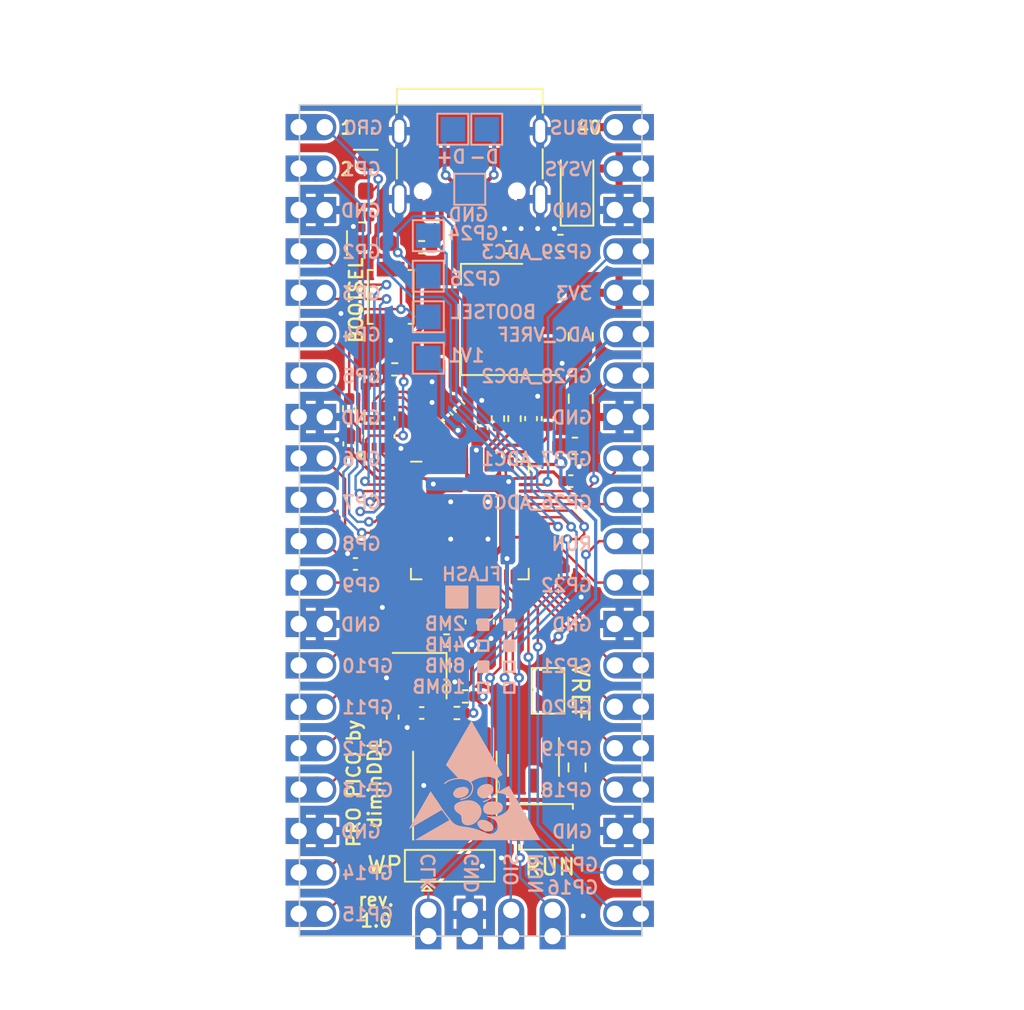
<source format=kicad_pcb>
(kicad_pcb (version 20221018) (generator pcbnew)
  (layers (0 "F.Cu" signal) (31 "B.Cu" signal) (34 "B.Paste" user) (35 "F.Paste" user) (36 "B.SilkS" user "B.Silkscreen") (37 "F.SilkS" user "F.Silkscreen") (38 "B.Mask" user) (39 "F.Mask" user) (44 "Edge.Cuts" user))
  (net 0 "")
  (net 1 "Net-(C3-Pad1)")
  (net 2 "GND")
  (net 3 "+3V3")
  (net 4 "/XIN")
  (net 5 "+5V")
  (net 6 "/ADC_AVDD")
  (net 7 "+1V1")
  (net 8 "VBUS")
  (net 9 "Net-(D2-K)")
  (net 10 "/GPIO23")
  (net 11 "Net-(D3-K)")
  (net 12 "/EEPROM_SCL")
  (net 13 "Net-(J1-CC1)")
  (net 14 "/D+")
  (net 15 "/D-")
  (net 17 "Net-(J1-CC2)")
  (net 19 "/SWCLK")
  (net 20 "/SWD")
  (net 21 "/RUN")
  (net 22 "/GPIO0")
  (net 23 "/GPIO1")
  (net 24 "/GPIO2")
  (net 25 "/GPIO3")
  (net 26 "/GPIO4")
  (net 27 "/GPIO5")
  (net 28 "/GPIO6")
  (net 29 "/GPIO7")
  (net 30 "/GPIO8")
  (net 31 "/GPIO9")
  (net 32 "/GPIO10")
  (net 33 "/GPIO11")
  (net 34 "/GPIO12")
  (net 35 "/GPIO13")
  (net 36 "/GPIO14")
  (net 37 "/GPIO15")
  (net 38 "/GPIO29_ADC3")
  (net 39 "/GPIO28_ADC2")
  (net 40 "/GPIO27_ADC1")
  (net 41 "/GPIO26_ADC0")
  (net 42 "/GPIO22")
  (net 43 "/GPIO21")
  (net 44 "/GPIO20")
  (net 45 "/GPIO19")
  (net 46 "/GPIO18")
  (net 47 "/GPIO17")
  (net 48 "/GPIO16")
  (net 49 "/EEPROM_WP")
  (net 50 "/3V0_VREF")
  (net 51 "/QSPI_SS")
  (net 52 "Net-(R1-Pad2)")
  (net 53 "/XOUT")
  (net 54 "/DP")
  (net 55 "/EEPROM_SDA")
  (net 59 "/QSPI_SD1")
  (net 60 "/QSPI_SD2")
  (net 61 "/QSPI_SD0")
  (net 62 "/QSPI_SCLK")
  (net 63 "/QSPI_SD3")
  (net 64 "Net-(C6-Pad1)")
  (net 65 "/DN")
  (footprint "W25Q16JVUXIQ_TR:IC_W25Q16JVUXIQ_TR" (layer "F.Cu") (at 97.2566 59.1058 90)
    (fp_text reference "U2" hide)
    (fp_text value "W25Q128JVS")
  )
  (footprint "Resistor_SMD:R_0402_1005Metric" (layer "F.Cu") (at 96.2406 46.1518 180)
    (fp_text reference "R13" hide)
    (fp_text value "1k")
  )
  (footprint "Button_Switch_SMD:SW_SPST_B3U-1000P" (layer "F.Cu") (at 98.0186 51.1048 90)
    (fp_text reference "SW1" hide)
    (fp_text value "BOOTSEL")
  )
  (footprint "Capacitor_SMD:C_0402_1005Metric" (layer "F.Cu") (at 107.6452 58.5724 90)
    (fp_text reference "C12" hide)
    (fp_text value "1u")
  )
  (footprint "Capacitor_SMD:C_0603_1608Metric_Pad1.08x0.95mm_HandSolder" (layer "F.Cu") (at 108.4326 47.8028 180)
    (fp_text reference "C4" hide)
    (fp_text value "2.2u")
  )
  (footprint "Capacitor_SMD:C_0402_1005Metric" (layer "F.Cu") (at 98.1456 76.8858 -90)
    (fp_text reference "C2" hide)
    (fp_text value "18p")
  )
  (footprint "RP2040:RP2040-QFN-56" (layer "F.Cu") (at 102.8748 64.8208)
    (fp_text reference "U5" hide)
    (fp_text value "RP2040")
  )
  (footprint "Capacitor_SMD:C_0402_1005Metric" (layer "F.Cu") (at 103.6066 59.1058 90)
    (fp_text reference "C13" hide)
    (fp_text value "100n")
  )
  (footprint "Resistor_SMD:R_0402_1005Metric" (layer "F.Cu") (at 101.4476 72.1868 180)
    (fp_text reference "R5" hide)
    (fp_text value "1k")
  )
  (footprint "Resistor_SMD:R_0402_1005Metric_Pad0.72x0.64mm_HandSolder" (layer "F.Cu") (at 99.9236 48.0568 180)
    (fp_text reference "R3" hide)
    (fp_text value "5.1k")
  )
  (footprint "Capacitor_SMD:C_0402_1005Metric" (layer "F.Cu") (at 109.0676 62.4078)
    (fp_text reference "C14" hide)
    (fp_text value "100n")
  )
  (footprint "Jumper:SolderJumper-3_P2.0mm_Open_TrianglePad1.0x1.5mm" (layer "F.Cu") (at 101.6446 86.0298)
    (fp_text reference "JP1" hide)
    (fp_text value "EEPROM_WP")
  )
  (footprint "Capacitor_SMD:C_0402_1005Metric_Pad0.74x0.62mm_HandSolder" (layer "F.Cu") (at 99.9236 76.6318 180)
    (fp_text reference "C1" hide)
    (fp_text value "100n")
  )
  (footprint "connector:Pico_20pin" (layer "F.Cu") (at 111.76 88.9508 180)
    (fp_text reference "J4" hide)
    (fp_text value "RIGHT")
  )
  (footprint "Capacitor_SMD:C_0402_1005Metric" (layer "F.Cu") (at 102.0826 73.7108 -90)
    (fp_text reference "C3" hide)
    (fp_text value "18p")
  )
  (footprint "connector:Pico_4pin" (layer "F.Cu") (at 104.14 88.7222 90)
    (fp_text reference "J2" hide)
    (fp_text value "SWD")
  )
  (footprint "Package_TO_SOT_SMD:SOT-223-3_TabPin2" (layer "F.Cu") (at 104.2416 52.4878 180)
    (fp_text reference "U3" hide)
    (fp_text value "TLV1117-33")
  )
  (footprint "Resistor_SMD:R_0402_1005Metric" (layer "F.Cu") (at 102.0826 76.6318)
    (fp_text reference "R11" hide)
    (fp_text value "4.7k")
  )
  (footprint "Resistor_SMD:R_0402_1005Metric" (layer "F.Cu") (at 96.4946 40.9448 90)
    (fp_text reference "R12" hide)
    (fp_text value "1k")
  )
  (footprint "Package_SO:SOIC-8_3.9x4.9mm_P1.27mm" (layer "F.Cu") (at 101.9556 80.9498 90)
    (fp_text reference "U1" hide)
    (fp_text value "FM24CL16B")
  )
  (footprint "Capacitor_SMD:C_0402_1005Metric" (layer "F.Cu") (at 102.9716 71.0438 -90)
    (fp_text reference "C18" hide)
    (fp_text value "100n")
  )
  (footprint "Capacitor_SMD:C_0603_1608Metric_Pad1.08x0.95mm_HandSolder" (layer "F.Cu") (at 109.3216 60.2488)
    (fp_text reference "C7" hide)
    (fp_text value "10n C0G")
  )
  (footprint "Capacitor_SMD:C_0402_1005Metric" (layer "F.Cu") (at 95.8596 67.4878 180)
    (fp_text reference "C17" hide)
    (fp_text value "100n")
  )
  (footprint "Resistor_SMD:R_0402_1005Metric" (layer "F.Cu") (at 102.5906 75.6158)
    (fp_text reference "R10" hide)
    (fp_text value "4.7k")
  )
  (footprint "Resistor_SMD:R_0402_1005Metric" (layer "F.Cu") (at 105.6132 58.5724 -90)
    (fp_text reference "R9" hide)
    (fp_text value "27")
  )
  (footprint "Capacitor_SMD:C_0402_1005Metric" (layer "F.Cu") (at 108.6866 68.2498 -90)
    (fp_text reference "C11" hide)
    (fp_text value "100n")
  )
  (footprint "Diode_SMD:D_SOD-123" (layer "F.Cu") (at 109.4486 44.3738 90)
    (fp_text reference "D1" hide)
    (fp_text value "B5819W")
  )
  (footprint "Crystal:Crystal_SMD_2520-4Pin_2.5x2.0mm" (layer "F.Cu") (at 99.7966 74.3458 180)
    (fp_text reference "Y1" hide)
    (fp_text value "ECS-120-12-36-AGN-TR3")
  )
  (footprint "Resistor_SMD:R_0805_2012Metric_Pad1.20x1.40mm_HandSolder" (layer "F.Cu") (at 109.6772 53.5432 90)
    (fp_text reference "R6" hide)
    (fp_text value "5R")
  )
  (footprint "LED_SMD:LED_0603_1608Metric_Pad1.05x0.95mm_HandSolder" (layer "F.Cu") (at 97.0026 47.8028)
    (fp_text reference "D3" hide)
    (fp_text value "LED")
  )
  (footprint "connector:Pico_20pin" (layer "F.Cu") (at 93.98 40.6908)
    (fp_text reference "J3" hide)
    (fp_text value "LEFT")
  )
  (footprint "Resistor_SMD:R_0402_1005Metric_Pad0.72x0.64mm_HandSolder" (layer "F.Cu") (at 95.4786 57.9628 90)
    (fp_text reference "R1" hide)
    (fp_text value "1k")
  )
  (footprint "Connector_USB:USB_C_Receptacle_Palconn_UTC16-G" (layer "F.Cu") (at 102.87 43.1778 180)
    (fp_text reference "J1" hide)
    (fp_text value "USB_C_Receptacle_USB2.0")
  )
  (footprint "Capacitor_SMD:C_0402_1005Metric" (layer "F.Cu") (at 95.4786 60.1218 90)
    (fp_text reference "C16" hide)
    (fp_text value "100n")
  )
  (footprint "Resistor_SMD:R_0402_1005Metric_Pad0.72x0.64mm_HandSolder" (layer "F.Cu") (at 105.2576 48.0568)
    (fp_text reference "R4" hide)
    (fp_text value "5.1k")
  )
  (footprint "Package_TO_SOT_SMD:SOT-23" (layer "F.Cu") (at 106.7816 79.8438 -90)
    (fp_text reference "U4" hide)
    (fp_text value "LM4040DBZ-3")
  )
  (footprint "Resistor_SMD:R_0402_1005Metric_Pad0.72x0.64mm_HandSolder" (layer "F.Cu") (at 98.2726 55.5498)
    (fp_text reference "R2" hide)
    (fp_text value "10k")
  )
  (footprint "Button_Switch_SMD:SW_SPST_B3U-1000P" (layer "F.Cu") (at 107.5436 83.6168)
    (fp_text reference "SW2" hide)
    (fp_text value "RES")
  )
  (footprint "Capacitor_SMD:C_0402_1005Metric" (layer "F.Cu") (at 103.9876 71.0438 -90)
    (fp_text reference "C9" hide)
    (fp_text value "100n")
  )
  (footprint "Capacitor_SMD:C_0805_2012Metric_Pad1.18x1.45mm_HandSolder" (layer "F.Cu") (at 109.6772 57.3532 -90)
    (fp_text reference "C6" hide)
    (fp_text value "10u")
  )
  (footprint "Resistor_SMD:R_0603_1608Metric_Pad0.98x0.95mm_HandSolder" (layer "F.Cu") (at 109.4486 79.9708 -90)
    (fp_text reference "R7" hide)
    (fp_text value "150")
  )
  (footprint "Resistor_SMD:R_0402_1005Metric" (layer "F.Cu") (at 104.5972 58.5724 -90)
    (fp_text reference "R8" hide)
    (fp_text value "27")
  )
  (footprint "Capacitor_SMD:C_0402_1005Metric" (layer "F.Cu") (at 102.2096 57.8358 135)
    (fp_text reference "C15" hide)
    (fp_text value "100n")
  )
  (footprint "Capacitor_SMD:C_0402_1005Metric" (layer "F.Cu") (at 106.6292 58.5724 90)
    (fp_text reference "C10" hide)
    (fp_text value "1u")
  )
  (footprint "Capacitor_SMD:C_0402_1005Metric" (layer "F.Cu") (at 101.489189 58.512389 135)
    (fp_text reference "C8" hide)
    (fp_text value "100n")
  )
  (footprint "Jumper:SolderJumper-2_P1.3mm_Open_TrianglePad1.0x1.5mm" (layer "F.Cu") (at 107.6706 75.2718 -90)
    (fp_text reference "JP2" hide)
    (fp_text value "VREF")
  )
  (footprint "LED_SMD:LED_0603_1608Metric_Pad1.05x0.95mm_HandSolder" (layer "F.Cu") (at 96.4946 43.7388 -90)
    (fp_text reference "D2" hide)
    (fp_text value "LED")
  )
  (footprint "Capacitor_SMD:C_0402_1005Metric_Pad0.74x0.62mm_HandSolder" (layer "F.Cu") (at 96.4946 55.9308 90)
    (fp_text reference "C5" hide)
    (fp_text value "100n")
  )
  (footprint "TestPoint:TestPoint_Pad_1.5x1.5mm" (layer "B.Cu") (at 100.33 47.3456 180)
    (fp_text reference "TP6" hide)
    (fp_text value "GP24")
  )
  (footprint "TestPoint:TestPoint_Pad_1.5x1.5mm" (layer "B.Cu") (at 100.33 54.864 180)
    (fp_text reference "TP2" hide)
    (fp_text value "VREG")
  )
  (footprint "TestPoint:TestPoint_Pad_1.5x1.5mm" (layer "B.Cu") (at 102.87 44.5008 180)
    (fp_text reference "TP4" hide)
    (fp_text value "GND")
  )
  (footprint "TestPoint:TestPoint_Pad_1.5x1.5mm" (layer "B.Cu") (at 100.33 52.324 180)
    (fp_text reference "TP1" hide)
    (fp_text value "BOOTSEL")
  )
  (footprint "LOGO" (layer "B.Cu") (at 102.9716 80.9498 180)
    (fp_text reference "G***" hide)
    (fp_text value "LOGO" hide)
  )
  (footprint "TestPoint:TestPoint_Pad_1.5x1.5mm" (layer "B.Cu") (at 100.33 49.8348 180)
    (fp_text reference "TP3" hide)
    (fp_text value "GP25")
  )
  (footprint "TestPoint:TestPoint_Pad_1.5x1.5mm" (layer "B.Cu") (at 101.8286 40.8178 180)
    (fp_text reference "TP5" hide)
    (fp_text value "D+")
  )
  (footprint "TestPoint:TestPoint_Pad_1.5x1.5mm" (layer "B.Cu") (at 103.9114 40.8178 180)
    (fp_text reference "TP7" hide)
    (fp_text value "D-")
  )
  (gr_rect (start 101.4476 68.8848) (end 102.7176 70.1548) (stroke (width 0.15)) (fill none) (layer "B.SilkS"))
  (gr_rect (start 103.3526 68.8848) (end 104.6226 70.1548) (stroke (width 0.15)) (fill none) (layer "B.SilkS"))
  (gr_rect locked (start 92.4306 39.3208) (end 113.4306 90.3208) (stroke (width 0.1)) (fill none) (layer "Edge.Cuts"))
  (gr_text "RUN" (at 110.4646 66.7258) (layer "B.SilkS") (effects (font (size 0.8 0.8)) (justify left bottom mirror)))
  (gr_text "GP11" (at 98.2726 76.7588) (layer "B.SilkS") (effects (font (size 0.8 0.8)) (justify left bottom mirror)))
  (gr_text "GP16" (at 110.8456 87.8078) (layer "B.SilkS") (effects (font (size 0.8 0.8)) (justify left bottom mirror)))
  (gr_text "GP5" (at 97.5106 56.4388) (layer "B.SilkS") (effects (font (size 0.8 0.8)) (justify left bottom mirror)))
  (gr_text "D+" (at 102.7176 42.9768) (layer "B.SilkS") (effects (font (size 0.8 0.8)) (justify left bottom mirror)))
  (gr_text "GP28_ADC2" (at 110.4646 56.4388) (layer "B.SilkS") (effects (font (size 0.8 0.8)) (justify left bottom mirror)))
  (gr_text "GP15" (at 98.2726 89.4588) (layer "B.SilkS") (effects (font (size 0.8 0.8)) (justify left bottom mirror)))
  (gr_text "GP9" (at 97.5106 69.2658) (layer "B.SilkS") (effects (font (size 0.8 0.8)) (justify left bottom mirror)))
  (gr_text "GP25" (at 104.8766 50.4698) (layer "B.SilkS") (effects (font (size 0.8 0.8)) (justify left bottom mirror)))
  (gr_text "GND" (at 110.4646 46.2788) (layer "B.SilkS") (effects (font (size 0.8 0.8)) (justify left bottom mirror)))
  (gr_text "VBUS" (at 110.9726 41.1988) (layer "B.SilkS") (effects (font (size 0.8 0.8)) (justify left bottom mirror)))
  (gr_text "3V3" (at 110.4646 51.3588) (layer "B.SilkS") (effects (font (size 0.8 0.8)) (justify left bottom mirror)))
  (gr_text "CLK" (at 100.8126 85.1408 90) (layer "B.SilkS") (effects (font (size 0.8 0.8)) (justify left bottom mirror)))
  (gr_text "1V1" (at 103.8606 55.1688) (layer "B.SilkS") (effects (font (size 0.8 0.8)) (justify left bottom mirror)))
  (gr_text "GP8" (at 97.5106 66.7258) (layer "B.SilkS") (effects (font (size 0.8 0.8)) (justify left bottom mirror)))
  (gr_text "RUN" (at 107.4166 85.1408 90) (layer "B.SilkS") (effects (font (size 0.8 0.8)) (justify left bottom mirror)))
  (gr_text "GP14" (at 98.2726 86.9188) (layer "B.SilkS") (effects (font (size 0.8 0.8)) (justify left bottom mirror)))
  (gr_text "GP4" (at 97.5106 53.8988) (layer "B.SilkS") (effects (font (size 0.8 0.8)) (justify left bottom mirror)))
  (gr_text "GP20" (at 110.4646 76.7588) (layer "B.SilkS") (effects (font (size 0.8 0.8)) (justify left bottom mirror)))
  (gr_text "GND" (at 97.5106 58.9788) (layer "B.SilkS") (effects (font (size 0.8 0.8)) (justify left bottom mirror)))
  (gr_text "GP0" (at 97.6376 41.1988) (layer "B.SilkS") (effects (font (size 0.8 0.8)) (justify left bottom mirror)))
  (gr_text "GP22" (at 110.4646 69.2658) (layer "B.SilkS") (effects (font (size 0.8 0.8)) (justify left bottom mirror)))
  (gr_text "GP10" (at 98.2726 74.2188) (layer "B.SilkS") (effects (font (size 0.8 0.8)) (justify left bottom mirror)))
  (gr_text "GP13" (at 98.2726 81.8388) (layer "B.SilkS") (effects (font (size 0.8 0.8)) (justify left bottom mirror)))
  (gr_text "SIO" (at 105.8926 85.1408 90) (layer "B.SilkS") (effects (font (size 0.8 0.8)) (justify left bottom mirror)))
  (gr_text "GP18" (at 110.4646 81.8388) (layer "B.SilkS") (effects (font (size 0.8 0.8)) (justify left bottom mirror)))
  (gr_text "GP29_ADC3" (at 110.4646 48.8188) (layer "B.SilkS") (effects (font (size 0.8 0.8)) (justify left bottom mirror)))
  (gr_text "VSYS" (at 110.4646 43.7388) (layer "B.SilkS") (effects (font (size 0.8 0.8)) (justify left bottom mirror)))
  (gr_text "■ ■ 2MB\n■ □ 4MB\n□ ■ 8MB\n□ □ 16MB" (at 105.8926 75.4888) (layer "B.SilkS") (effects (font (size 0.8 0.8)) (justify left bottom mirror)))
  (gr_text "GND" (at 97.5106 71.6788) (layer "B.SilkS") (effects (font (size 0.8 0.8)) (justify left bottom mirror)))
  (gr_text "ADC_VREF" (at 110.4646 53.8988) (layer "B.SilkS") (effects (font (size 0.8 0.8)) (justify left bottom mirror)))
  (gr_text "GP19" (at 110.4646 79.2988) (layer "B.SilkS") (effects (font (size 0.8 0.8)) (justify left bottom mirror)))
  (gr_text "GP1" (at 97.5106 43.7388) (layer "B.SilkS") (effects (font (size 0.8 0.8)) (justify left bottom mirror)))
  (gr_text "GP7" (at 97.5106 64.1858) (layer "B.SilkS") (effects (font (size 0.8 0.8)) (justify left bottom mirror)))
  (gr_text "GP3" (at 97.5106 51.3588) (layer "B.SilkS") (effects (font (size 0.8 0.8)) (justify left bottom mirror)))
  (gr_text "GP26_ADC0" (at 110.4646 64.1858) (layer "B.SilkS") (effects (font (size 0.8 0.8)) (justify left bottom mirror)))
  (gr_text "GP6" (at 97.5106 61.5188) (layer "B.SilkS") (effects (font (size 0.8 0.8)) (justify left bottom mirror)))
  (gr_text "GND" (at 110.4646 84.3788) (layer "B.SilkS") (effects (font (size 0.8 0.8)) (justify left bottom mirror)))
  (gr_text "FLASH" (at 104.889624 68.592808) (layer "B.SilkS") (effects (font (size 0.8 0.8)) (justify left bottom mirror)))
  (gr_text "GND" (at 103.4796 85.1408 90) (layer "B.SilkS") (effects (font (size 0.8 0.8)) (justify left bottom mirror)))
  (gr_text "GP27_ADC1" (at 110.4646 61.5188) (layer "B.SilkS") (effects (font (size 0.8 0.8)) (justify left bottom mirror)))
  (gr_text "GND" (at 97.5106 46.2788) (layer "B.SilkS") (effects (font (size 0.8 0.8)) (justify left bottom mirror)))
  (gr_text "GP12" (at 98.2726 79.2988) (layer "B.SilkS") (effects (font (size 0.8 0.8)) (justify left bottom mirror)))
  (gr_text "GND" (at 104.1146 46.5328) (layer "B.SilkS") (effects (font (size 0.8 0.8)) (justify left bottom mirror)))
  (gr_text "GP2" (at 97.5106 48.8188) (layer "B.SilkS") (effects (font (size 0.8 0.8)) (justify left bottom mirror)))
  (gr_text "GP17" (at 110.8456 86.4108) (layer "B.SilkS") (effects (font (size 0.8 0.8)) (justify left bottom mirror)))
  (gr_text "GP24" (at 104.7496 47.6758) (layer "B.SilkS") (effects (font (size 0.8 0.8)) (justify left bottom mirror)))
  (gr_text "GND" (at 110.4646 71.6788) (layer "B.SilkS") (effects (font (size 0.8 0.8)) (justify left bottom mirror)))
  (gr_text "GND" (at 97.5106 84.3788) (layer "B.SilkS") (effects (font (size 0.8 0.8)) (justify left bottom mirror)))
  (gr_text "D-" (at 104.7496 42.9768) (layer "B.SilkS") (effects (font (size 0.8 0.8)) (justify left bottom mirror)))
  (gr_text "GND" (at 110.4646 58.9788) (layer "B.SilkS") (effects (font (size 0.8 0.8)) (justify left bottom mirror)))
  (gr_text "BOOTSEL" (at 107.0356 52.5018) (layer "B.SilkS") (effects (font (size 0.8 0.8)) (justify left bottom mirror)))
  (gr_text "GP21" (at 110.4646 74.2188) (layer "B.SilkS") (effects (font (size 0.8 0.8)) (justify left bottom mirror)))
  (gr_text "40" (at 109.3216 41.1988) (layer "F.SilkS") (effects (font (size 0.8 0.8) (thickness 0.15) bold) (justify left bottom)))
  (gr_text "1" (at 94.8436 41.1988) (layer "F.SilkS") (effects (font (size 0.8 0.8) (thickness 0.15) bold) (justify left bottom)))
  (gr_text "2" (at 94.8436 43.7388) (layer "F.SilkS") (effects (font (size 0.8 0.8) (thickness 0.15) bold) (justify left bottom)))
  (gr_text "1" (at 94.8436 41.1988) (layer "F.SilkS") (effects (font (size 0.8 0.8) (thickness 0.15) bold) (justify left bottom)))
  (gr_text "rev.\n1.0" (at 97.1296 89.8398) (layer "F.SilkS") (effects (font (size 0.8 0.8)) (justify bottom)))
  (gr_text "WP" (at 96.4946 86.5378) (layer "F.SilkS") (effects (font (size 1 1)) (justify left bottom)))
  (gr_text "PRO PICO by\ndiminDDL" (at 97.5106 80.9498 90) (layer "F.SilkS") (effects (font (size 0.8 0.8)) (justify bottom)))
  (gr_text "BOOTSEL" (at 96.3676 54.0258 90) (layer "F.SilkS") (effects (font (size 0.8 0.8)) (justify left bottom)))
  (gr_text "RUN" (at 106.1466 86.6648) (layer "F.SilkS") (effects (font (size 1 1)) (justify left bottom)))
  (gr_text "VREF" (at 109.0676 73.4568 -90) (layer "F.SilkS") (effects (font (size 1 1)) (justify left bottom)))
  (segment (start 100.9376 73.3798) (end 100.6716 73.6458) (width 0.2) (layer "F.Cu") (net 1))
  (segment (start 101.0866 73.2308) (end 100.6716 73.6458) (width 0.2) (layer "F.Cu") (net 1))
  (segment (start 102.0826 73.2308) (end 101.0866 73.2308) (width 0.2) (layer "F.Cu") (net 1))
  (segment (start 100.9376 72.1868) (end 100.9376 73.3798) (width 0.2) (layer "F.Cu") (net 1))
  (segment (start 95.3796 66.8528) (end 95.3796 67.4878) (width 0.15) (layer "F.Cu") (net 2))
  (segment (start 98.602538 60.3558) (end 98.649163 60.402425) (width 0.15) (layer "F.Cu") (net 2))
  (segment (start 98.0066 60.3558) (end 98.602538 60.3558) (width 0.15) (layer "F.Cu") (net 2))
  (via (at 98.0186 53.7718) (size 0.6) (drill 0.3) (layers "F.Cu" "B.Cu") (net 2))
  (via (at 94.7166 59.8678) (size 0.6) (drill 0.3) (layers "F.Cu" "B.Cu") (net 2))
  (via (at 100.0506 81.0768) (size 0.6) (drill 0.3) (layers "F.Cu" "B.Cu") (net 2))
  (via (at 103.9876 63.6778) (size 0.6) (drill 0.3) (layers "F.Cu" "B.Cu") (net 2))
  (via (at 95.3796 66.8528) (size 0.6) (drill 0.3) (layers "F.Cu" "B.Cu") (net 2))
  (via (at 95.7326 46.7868) (size 0.6) (drill 0.3) (layers "F.Cu" "B.Cu") (net 2))
  (via (at 94.9706 52.1208) (size 0.6) (drill 0.3) (layers "F.Cu" "B.Cu") (net 2))
  (via (at 103.9876 65.9638) (size 0.6) (drill 0.3) (layers "F.Cu" "B.Cu") (net 2))
  (via (at 107.0356 46.9138) (size 0.6) (drill 0.3) (layers "F.Cu" "B.Cu") (net 2))
  (via (at 99.0346 77.5208) (size 0.6) (drill 0.3) (layers "F.Cu" "B.Cu") (net 2))
  (via (at 107.0356 57.2008) (size 0.6) (drill 0.3) (layers "F.Cu" "B.Cu") (net 2))
  (via (at 101.7016 63.6778) (size 0.6) (drill 0.3) (layers "F.Cu" "B.Cu") (net 2))
  (via (at 108.534405 55.179182) (size 0.6) (drill 0.3) (layers "F.Cu" "B.Cu") (net 2))
  (via (at 103.6066 57.4548) (size 0.6) (drill 0.3) (layers "F.Cu" "B.Cu") (net 2))
  (via (at 97.7646 74.4728) (size 0.6) (drill 0.3) (layers "F.Cu" "B.Cu") (net 2))
  (via (at 101.7016 65.9638) (size 0.6) (drill 0.3) (layers "F.Cu" "B.Cu") (net 2))
  (via (at 105.0036 46.9138) (size 0.6) (drill 0.3) (layers "F.Cu" "B.Cu") (net 2))
  (via (at 100.5586 57.5818) (size 0.6) (drill 0.3) (layers "F.Cu" "B.Cu") (net 2))
  (via (at 106.0196 46.9138) (size 0.6) (drill 0.3) (layers "F.Cu" "B.Cu") (net 2))
  (via (at 98.649163 60.402425) (size 0.6) (drill 0.3) (layers "F.Cu" "B.Cu") (net 2))
  (via (at 109.8296 89.0778) (size 0.6) (drill 0.3) (layers "F.Cu" "B.Cu") (net 2))
  (via (at 101.9556 74.7268) (size 0.6) (drill 0.3) (layers "F.Cu" "B.Cu") (net 2))
  (via (at 104.1751 72.0598) (size 0.6) (drill 0.3) (layers "F.Cu" "B.Cu") (net 2))
  (via (at 100.5586 56.3118) (size 0.6) (drill 0.3) (layers "F.Cu" "B.Cu") (net 2))
  (via (at 104.8101 85.5218) (size 0.6) (drill 0.3) (layers "F.Cu" "B.Cu") (net 2))
  (via (at 109.5756 61.5188) (size 0.6) (drill 0.3) (layers "F.Cu" "B.Cu") (net 2))
  (via (at 109.7026 69.5198) (size 0.6) (drill 0.3) (layers "F.Cu" "B.Cu") (net 2))
  (via (at 108.0516 46.9138) (size 0.6) (drill 0.3) (layers "F.Cu" "B.Cu") (net 2))
  (via (at 97.5106 70.1548) (size 0.6) (drill 0.3) (layers "F.Cu" "B.Cu") (net 2))
  (via (at 103.6446 86.0298) (size 0.6) (drill 0.3) (layers "F.Cu" "B.Cu") (net 2))
  (segment (start 97.6751 56.1473) (end 97.3241 56.4983) (width 0.25) (layer "F.Cu") (net 3))
  (segment (start 108.3661 81.9658) (end 109.4486 80.8833) (width 0.25) (layer "F.Cu") (net 3))
  (segment (start 101.9556 80.1878) (end 103.7336 81.9658) (width 0.25) (layer "F.Cu") (net 3))
  (segment (start 108.6866 67.256595) (end 108.6866 67.7698) (width 0.2) (layer "F.Cu") (net 3))
  (segment (start 107.9981 61.8463) (end 107.2161 61.8463) (width 0.2) (layer "F.Cu") (net 3))
  (segment (start 106.7308 60.6044) (end 107.6452 59.69) (width 0.2) (layer "F.Cu") (net 3))
  (segment (start 101.5726 76.6318) (end 101.5726 77.0108) (width 0.25) (layer "F.Cu") (net 3))
  (segment (start 99.4373 62.2208) (end 97.17427 62.2208) (width 0.2) (layer "F.Cu") (net 3))
  (segment (start 98.406296 65.8208) (end 96.739296 67.4878) (width 0.2) (layer "F.Cu") (net 3))
  (segment (start 107.6452 59.69) (end 107.6452 59.0524) (width 0.2) (layer "F.Cu") (net 3))
  (segment (start 108.5596 62.4078) (end 107.9981 61.8463) (width 0.2) (layer "F.Cu") (net 3))
  (segment (start 103.005161 72.440022) (end 103.005161 74.691239) (width 0.25) (layer "F.Cu") (net 3))
  (segment (start 103.7336 81.9658) (end 108.3661 81.9658) (width 0.25) (layer "F.Cu") (net 3))
  (segment (start 103.005161 74.691239) (end 102.0806 75.6158) (width 0.25) (layer "F.Cu") (net 3))
  (segment (start 97.3241 56.4983) (end 96.4946 56.4983) (width 0.25) (layer "F.Cu") (net 3))
  (segment (start 101.5726 76.6318) (end 101.5726 76.1238) (width 0.25) (layer "F.Cu") (net 3))
  (segment (start 100.0506 78.4748) (end 100.0506 77.0723) (width 0.25) (layer "F.Cu") (net 3))
  (segment (start 101.5726 76.1238) (end 102.0806 75.6158) (width 0.25) (layer "F.Cu") (net 3))
  (segment (start 98.6536 79.1718) (end 98.6536 85.6488) (width 0.25) (layer "F.Cu") (net 3))
  (segment (start 99.0346 86.0298) (end 99.6446 86.0298) (width 0.25) (layer "F.Cu") (net 3))
  (segment (start 107.250805 65.8208) (end 108.6866 67.256595) (width 0.2) (layer "F.Cu") (net 3))
  (segment (start 98.6536 85.6488) (end 99.0346 86.0298) (width 0.25) (layer "F.Cu") (net 3))
  (segment (start 95.55527 60.6018) (end 95.4786 60.6018) (width 0.2) (layer "F.Cu") (net 3))
  (segment (start 105.321226 60.6044) (end 106.7308 60.6044) (width 0.2) (layer "F.Cu") (net 3))
  (segment (start 97.6751 55.2583) (end 100.4456 52.4878) (width 0.25) (layer "F.Cu") (net 3))
  (segment (start 96.4946 56.4983) (end 96.4946 57.8438) (width 0.25) (layer "F.Cu") (net 3))
  (segment (start 101.9556 77.3938) (end 101.9556 80.1878) (width 0.25) (layer "F.Cu") (net 3))
  (segment (start 105.0748 60.850826) (end 105.321226 60.6044) (width 0.2) (layer "F.Cu") (net 3))
  (segment (start 100.4911 76.6318) (end 101.5726 76.6318) (width 0.25) (layer "F.Cu") (net 3))
  (segment (start 100.4456 52.4878) (end 101.0916 52.4878) (width 0.25) (layer "F.Cu") (net 3))
  (segment (start 100.0506 77.0723) (end 100.4911 76.6318) (width 0.25) (layer "F.Cu") (net 3))
  (segment (start 99.4373 65.8208) (end 98.406296 65.8208) (width 0.2) (layer "F.Cu") (net 3))
  (segment (start 101.5726 77.0108) (end 101.9556 77.3938) (width 0.25) (layer "F.Cu") (net 3))
  (segment (start 97.6751 55.5498) (end 97.6751 56.1473) (width 0.25) (layer "F.Cu") (net 3))
  (segment (start 106.3123 65.8208) (end 107.250805 65.8208) (width 0.2) (layer "F.Cu") (net 3))
  (segment (start 96.4946 57.8438) (end 96.5066 57.8558) (width 0.25) (layer "F.Cu") (net 3))
  (segment (start 103.0748 70.4606) (end 102.9716 70.5638) (width 0.2) (layer "F.Cu") (net 3))
  (segment (start 105.0748 61.3833) (end 105.0748 60.850826) (width 0.2) (layer "F.Cu") (net 3))
  (segment (start 106.8416 62.2208) (end 106.3123 62.2208) (width 0.2) (layer "F.Cu") (net 3))
  (segment (start 100.0506 78.4748) (end 99.3506 78.4748) (width 0.25) (layer "F.Cu") (net 3))
  (segment (start 107.2161 61.8463) (end 106.8416 62.2208) (width 0.2) (layer "F.Cu") (net 3))
  (segment (start 103.0748 68.2583) (end 103.0748 70.4606) (width 0.2) (layer "F.Cu") (net 3))
  (segment (start 97.6751 55.5498) (end 97.6751 55.2583) (width 0.25) (layer "F.Cu") (net 3))
  (segment (start 108.5876 62.4078) (end 108.5596 62.4078) (width 0.2) (layer "F.Cu") (net 3))
  (segment (start 97.17427 62.2208) (end 95.55527 60.6018) (width 0.2) (layer "F.Cu") (net 3))
  (segment (start 99.3506 78.4748) (end 98.6536 79.1718) (width 0.25) (layer "F.Cu") (net 3))
  (segment (start 96.739296 67.4878) (end 96.3396 67.4878) (width 0.2) (layer "F.Cu") (net 3))
  (via (at 105.156 67.1576) (size 0.6) (drill 0.3) (layers "F.Cu" "B.Cu") (net 3))
  (via (at 105.2576 62.4332) (size 0.6) (drill 0.3) (layers "F.Cu" "B.Cu") (net 3))
  (via (at 103.2753 60.5028) (size 0.6) (drill 0.3) (layers "F.Cu" "B.Cu") (net 3))
  (via (at 100.6348 62.5856) (size 0.6) (drill 0.3) (layers "F.Cu" "B.Cu") (net 3))
  (via (at 103.005161 72.440022) (size 0.6) (drill 0.3) (layers "F.Cu" "B.Cu") (net 3))
  (segment (start 105.156 70.1294) (end 105.156 67.1576) (width 0.25) (layer "B.Cu") (net 3))
  (segment (start 103.005161 72.280239) (end 105.156 70.1294) (width 0.25) (layer "B.Cu") (net 3))
  (segment (start 103.005161 72.440022) (end 103.005161 72.280239) (width 0.25) (layer "B.Cu") (net 3))
  (segment (start 99.2236 75.0458) (end 99.7966 74.4728) (width 0.2) (layer "F.Cu") (net 4))
  (segment (start 98.9216 75.0938) (end 98.1456 75.8698) (width 0.2) (layer "F.Cu") (net 4))
  (segment (start 99.7966 72.1868) (end 102.2748 69.7086) (width 0.2) (layer "F.Cu") (net 4))
  (segment (start 99.7966 74.4728) (end 99.7966 72.1868) (width 0.2) (layer "F.Cu") (net 4))
  (segment (start 98.9216 75.0458) (end 98.9216 75.0938) (width 0.2) (layer "F.Cu") (net 4))
  (segment (start 98.1456 75.8698) (end 98.1456 76.4058) (width 0.2) (layer "F.Cu") (net 4))
  (segment (start 102.2748 69.7086) (end 102.2748 68.2583) (width 0.2) (layer "F.Cu") (net 4))
  (segment (start 98.9216 75.0458) (end 99.2236 75.0458) (width 0.2) (layer "F.Cu") (net 4))
  (segment (start 107.672692 72.565708) (end 107.672692 72.917716) (width 0.2) (layer "F.Cu") (net 6))
  (segment (start 108.4591 61.2648) (end 108.3406 61.3833) (width 0.2) (layer "F.Cu") (net 6))
  (segment (start 108.4591 61.2648) (end 108.4591 60.2488) (width 0.2) (layer "F.Cu") (net 6))
  (segment (start 107.6706 72.919808) (end 107.6706 74.5468) (width 0.2) (layer "F.Cu") (net 6))
  (segment (start 107.672692 72.917716) (end 107.6706 72.919808) (width 0.2) (layer "F.Cu") (net 6))
  (segment (start 108.3406 61.3833) (end 105.4748 61.3833) (width 0.2) (layer "F.Cu") (net 6))
  (segment (start 108.3056 71.9328) (end 107.672692 72.565708) (width 0.2) (layer "F.Cu") (net 6))
  (via (at 108.3056 71.9328) (size 0.6) (drill 0.3) (layers "F.Cu" "B.Cu") (net 6))
  (via (at 108.4591 61.2648) (size 0.8) (drill 0.4) (layers "F.Cu" "B.Cu") (net 6))
  (segment (start 108.4326 56.6928) (end 111.7346 53.3908) (width 0.2) (layer "B.Cu") (net 6))
  (segment (start 108.4591 62.6883) (end 110.5916 64.8208) (width 0.2) (layer "B.Cu") (net 6))
  (segment (start 108.4591 61.2648) (end 108.4591 62.6883) (width 0.2) (layer "B.Cu") (net 6))
  (segment (start 108.4591 61.2648) (end 108.4326 61.2383) (width 0.2) (layer "B.Cu") (net 6))
  (segment (start 111.7346 53.3908) (end 111.76 53.3908) (width 0.2) (layer "B.Cu") (net 6))
  (segment (start 108.4326 61.2383) (end 108.4326 56.6928) (width 0.2) (layer "B.Cu") (net 6))
  (segment (start 110.5916 69.6468) (end 108.3056 71.9328) (width 0.2) (layer "B.Cu") (net 6))
  (segment (start 110.5916 64.8208) (end 110.5916 69.6468) (width 0.2) (layer "B.Cu") (net 6))
  (segment (start 105.15554 60.2044) (end 106.1148 60.2044) (width 0.2) (layer "F.Cu") (net 7))
  (segment (start 104.6748 60.68514) (end 105.15554 60.2044) (width 0.2) (layer "F.Cu") (net 7))
  (segment (start 103.4748 70.051) (end 103.9876 70.5638) (width 0.2) (layer "F.Cu") (net 7))
  (segment (start 106.1148 60.2044) (end 106.6292 59.69) (width 0.2) (layer "F.Cu") (net 7))
  (segment (start 103.4748 68.2583) (end 103.4748 70.051) (width 0.2) (layer "F.Cu") (net 7))
  (segment (start 104.6748 61.3833) (end 104.6748 60.68514) (width 0.2) (layer "F.Cu") (net 7))
  (segment (start 106.6292 59.69) (end 106.6292 59.0524) (width 0.2) (layer "F.Cu") (net 7))
  (via (at 102.151794 59.290606) (size 0.6) (drill 0.3) (layers "F.Cu" "B.Cu") (net 7))
  (segment (start 101.1936 55.7276) (end 100.33 54.864) (width 0.25) (layer "B.Cu") (net 7))
  (segment (start 102.151794 59.290606) (end 101.1936 58.332412) (width 0.25) (layer "B.Cu") (net 7))
  (segment (start 101.1936 58.332412) (end 101.1936 55.7276) (width 0.25) (layer "B.Cu") (net 7))
  (segment (start 96.4946 41.4548) (end 96.4946 42.8638) (width 0.25) (layer "F.Cu") (net 9))
  (segment (start 97.2566 43.8658) (end 97.2566 44.2468) (width 0.15) (layer "F.Cu") (net 10))
  (segment (start 108.284018 65.195511) (end 108.109307 65.0208) (width 0.15) (layer "F.Cu") (net 10))
  (segment (start 97.2566 44.2468) (end 96.8896 44.6138) (width 0.15) (layer "F.Cu") (net 10))
  (segment (start 96.8896 44.6138) (end 96.4946 44.6138) (width 0.15) (layer "F.Cu") (net 10))
  (segment (start 108.109307 65.0208) (end 106.3123 65.0208) (width 0.15) (layer "F.Cu") (net 10))
  (via (at 108.284018 65.195511) (size 0.6) (drill 0.3) (layers "F.Cu" "B.Cu") (net 10))
  (via (at 97.2566 43.8658) (size 0.6) (drill 0.3) (layers "F.Cu" "B.Cu") (net 10))
  (segment (start 101.1936 51.1048) (end 101.7016 51.6128) (width 0.15) (layer "B.Cu") (net 10))
  (segment (start 106.2736 62.0268) (end 106.2736 63.1698) (width 0.15) (layer "B.Cu") (net 10))
  (segment (start 99.328273 51.1048) (end 101.1936 51.1048) (width 0.15) (layer "B.Cu") (net 10))
  (segment (start 101.7016 51.6128) (end 101.7016 57.4548) (width 0.15) (layer "B.Cu") (net 10))
  (segment (start 101.7016 57.4548) (end 106.2736 62.0268) (width 0.15) (layer "B.Cu") (net 10))
  (segment (start 106.2736 63.1698) (end 108.284018 65.180218) (width 0.15) (layer "B.Cu") (net 10))
  (segment (start 97.2566 43.8658) (end 97.2566 49.033127) (width 0.15) (layer "B.Cu") (net 10))
  (segment (start 108.284018 65.180218) (end 108.284018 65.195511) (width 0.15) (layer "B.Cu") (net 10))
  (segment (start 97.2566 49.033127) (end 99.328273 51.1048) (width 0.15) (layer "B.Cu") (net 10))
  (segment (start 96.7506 46.1518) (end 96.7506 47.1798) (width 0.15) (layer "F.Cu") (net 11))
  (segment (start 96.7506 47.1798) (end 96.1276 47.8028) (width 0.15) (layer "F.Cu") (net 11))
  (segment (start 109.882997 65.656403) (end 109.882997 65.201759) (width 0.15) (layer "F.Cu") (net 12))
  (segment (start 102.5906 76.6338) (end 102.5926 76.6318) (width 0.2) (layer "F.Cu") (net 12))
  (segment (start 103.0986 76.6318) (end 102.5926 76.6318) (width 0.2) (layer "F.Cu") (net 12))
  (segment (start 102.5906 78.4748) (end 102.5906 76.6338) (width 0.2) (layer "F.Cu") (net 12))
  (segment (start 108.844457 65.968158) (end 109.571242 65.968158) (width 0.15) (layer "F.Cu") (net 12))
  (segment (start 109.882997 65.201759) (end 109.882997 65.001197) (width 0.15) (layer "F.Cu") (net 12))
  (segment (start 109.882997 65.001197) (end 109.1026 64.2208) (width 0.15) (layer "F.Cu") (net 12))
  (segment (start 98.4561 48.3813) (end 97.8776 47.8028) (width 0.15) (layer "F.Cu") (net 12))
  (segment (start 109.1026 64.2208) (end 106.3123 64.2208) (width 0.15) (layer "F.Cu") (net 12))
  (segment (start 109.571242 65.968158) (end 109.882997 65.656403) (width 0.15) (layer "F.Cu") (net 12))
  (via (at 98.4561 48.3813) (size 0.6) (drill 0.3) (layers "F.Cu" "B.Cu") (net 12))
  (via (at 108.844457 65.968158) (size 0.6) (drill 0.3) (layers "F.Cu" "B.Cu") (net 12))
  (via (at 109.882997 65.201759) (size 0.6) (drill 0.3) (layers "F.Cu" "B.Cu") (net 12))
  (via (at 103.0986 76.6318) (size 0.6) (drill 0.3) (layers "F.Cu" "B.Cu") (net 12))
  (segment (start 108.844457 68.345943) (end 108.844457 65.968158) (width 0.15) (layer "B.Cu") (net 12))
  (segment (start 99.4156 46.1518) (end 101.1936 46.1518) (width 0.15) (layer "B.Cu") (net 12))
  (segment (start 103.0986 76.6318) (end 103.0921 76.6253) (width 0.15) (layer "B.Cu") (net 12))
  (segment (start 98.4561 47.1113) (end 99.4156 46.1518) (width 0.15) (layer "B.Cu") (net 12))
  (segment (start 98.4701 48.3813) (end 99.9236 49.8348) (width 0.15) (layer "B.Cu") (net 12))
  (segment (start 107.0046 61.754826) (end 107.0046 62.770826) (width 0.15) (layer "B.Cu") (net 12))
  (segment (start 101.7976 50.718852) (end 102.4016 51.322852) (width 0.15) (layer "B.Cu") (net 12))
  (segment (start 103.0921 76.6253) (end 103.0921 75.377627) (width 0.15) (layer "B.Cu") (net 12))
  (segment (start 103.0921 75.377627) (end 103.0986 75.371127) (width 0.15) (layer "B.Cu") (net 12))
  (segment (start 98.4561 48.3813) (end 98.4701 48.3813) (width 0.15) (layer "B.Cu") (net 12))
  (segment (start 109.882997 65.128197) (end 109.882997 65.201759) (width 0.15) (layer "B.Cu") (net 12))
  (segment (start 103.0986 75.371127) (end 103.0986 74.0918) (width 0.15) (layer "B.Cu") (net 12))
  (segment (start 98.4561 48.3813) (end 98.4561 47.1113) (width 0.15) (layer "B.Cu") (net 12))
  (segment (start 103.0986 74.0918) (end 108.844457 68.345943) (width 0.15) (layer "B.Cu") (net 12))
  (segment (start 101.7976 46.7558) (end 101.7976 50.718852) (width 0.15) (layer "B.Cu") (net 12))
  (segment (start 102.4016 57.151826) (end 107.0046 61.754826) (width 0.15) (layer "B.Cu") (net 12))
  (segment (start 99.9236 49.8348) (end 100.33 49.8348) (width 0.15) (layer "B.Cu") (net 12))
  (segment (start 107.0046 62.770826) (end 107.307574 63.0738) (width 0.15) (layer "B.Cu") (net 12))
  (segment (start 107.307574 63.0738) (end 107.8286 63.0738) (width 0.15) (layer "B.Cu") (net 12))
  (segment (start 101.1936 46.1518) (end 101.7976 46.7558) (width 0.15) (layer "B.Cu") (net 12))
  (segment (start 107.8286 63.0738) (end 109.882997 65.128197) (width 0.15) (layer "B.Cu") (net 12))
  (segment (start 102.4016 51.322852) (end 102.4016 57.151826) (width 0.15) (layer "B.Cu") (net 12))
  (segment (start 104.12 47.5542) (end 104.6226 48.0568) (width 0.2) (layer "F.Cu") (net 13))
  (segment (start 104.6226 48.0568) (end 104.6601 48.0568) (width 0.2) (layer "F.Cu") (net 13))
  (segment (start 104.12 45.6878) (end 104.12 47.5542) (width 0.2) (layer "F.Cu") (net 13))
  (segment (start 104.6802 51.602482) (end 102.148858 49.07114) (width 0.7) (layer "F.Cu") (net 14))
  (segment (start 102.2876 44.7548) (end 102.9716 44.7548) (width 0.25) (layer "F.Cu") (net 14))
  (segment (start 102.12 47.106516) (end 102.148859 47.135375) (width 0.25) (layer "F.Cu") (net 14))
  (segment (start 102.12 45.6878) (end 102.12 47.106516) (width 0.25) (layer "F.Cu") (net 14))
  (segment (start 102.12 44.3604) (end 102.12 45.6878) (width 0.25) (layer "F.Cu") (net 14))
  (segment (start 101.3968 43.6372) (end 102.12 44.3604) (width 0.25) (layer "F.Cu") (net 14))
  (segment (start 102.12 44.9224) (end 102.2876 44.7548) (width 0.25) (layer "F.Cu") (net 14))
  (segment (start 104.5972 57.582399) (end 104.6802 57.499399) (width 0.7) (layer "F.Cu") (net 14))
  (segment (start 102.9716 44.7548) (end 103.12 44.9032) (width 0.25) (layer "F.Cu") (net 14))
  (segment (start 103.12 44.9032) (end 103.12 45.6878) (width 0.25) (layer "F.Cu") (net 14))
  (segment (start 104.6802 57.499399) (end 104.6802 51.602482) (width 0.7) (layer "F.Cu") (net 14))
  (segment (start 104.5972 58.0624) (end 104.5972 57.582399) (width 0.7) (layer "F.Cu") (net 14))
  (segment (start 102.12 45.6878) (end 102.12 44.9224) (width 0.25) (layer "F.Cu") (net 14))
  (segment (start 102.148858 49.07114) (end 102.148859 47.135375) (width 0.7) (layer "F.Cu") (net 14))
  (via (at 101.3968 43.6372) (size 0.6) (drill 0.3) (layers "F.Cu" "B.Cu") (net 14))
  (segment (start 101.3206 43.561) (end 101.3206 41.3258) (width 0.25) (layer "B.Cu") (net 14))
  (segment (start 101.3968 43.6372) (end 101.3206 43.561) (width 0.25) (layer "B.Cu") (net 14))
  (segment (start 101.3206 41.3258) (end 101.8286 40.8178) (width 0.25) (layer "B.Cu") (net 14))
  (segment (start 103.62 45.6878) (end 103.62 44.335) (width 0.25) (layer "F.Cu") (net 15))
  (segment (start 102.62 46.6328) (end 102.62 45.6878) (width 0.25) (layer "F.Cu") (net 15))
  (segment (start 103.0986 47.035634) (end 103.0986 46.7868) (width 0.25) (layer "F.Cu") (net 15))
  (segment (start 103.62 46.6464) (end 103.4796 46.7868) (width 0.25) (layer "F.Cu") (net 15))
  (segment (start 103.62 44.335) (end 104.3432 43.6118) (width 0.25) (layer "F.Cu") (net 15))
  (segment (start 105.5302 57.499399) (end 105.5302 51.2504) (width 0.7) (layer "F.Cu") (net 15))
  (segment (start 102.998859 47.135375) (end 103.0986 47.035634) (width 0.25) (layer "F.Cu") (net 15))
  (segment (start 103.4796 46.7868) (end 102.774 46.7868) (width 0.25) (layer "F.Cu") (net 15))
  (segment (start 102.998859 48.719059) (end 102.998859 47.135375) (width 0.7) (layer "F.Cu") (net 15))
  (segment (start 102.774 46.7868) (end 102.62 46.6328) (width 0.25) (layer "F.Cu") (net 15))
  (segment (start 105.5302 51.2504) (end 102.998859 48.719059) (width 0.7) (layer "F.Cu") (net 15))
  (segment (start 105.6132 57.582399) (end 105.5302 57.499399) (width 0.7) (layer "F.Cu") (net 15))
  (segment (start 103.0986 46.7868) (end 102.774 46.7868) (width 0.25) (layer "F.Cu") (net 15))
  (segment (start 103.62 45.6878) (end 103.62 46.6464) (width 0.25) (layer "F.Cu") (net 15))
  (segment (start 105.6132 58.0624) (end 105.6132 57.582399) (width 0.7) (layer "F.Cu") (net 15))
  (via (at 104.3432 43.6118) (size 0.6) (drill 0.3) (layers "F.Cu" "B.Cu") (net 15))
  (segment (start 104.3432 43.6118) (end 104.3686 43.5864) (width 0.25) (layer "B.Cu") (net 15))
  (segment (start 104.3686 43.5864) (end 104.3686 41.275) (width 0.25) (layer "B.Cu") (net 15))
  (segment (start 104.3686 41.275) (end 103.9114 40.8178) (width 0.25) (layer "B.Cu") (net 15))
  (segment (start 100.60335 48.0568) (end 100.5211 48.0568) (width 0.2) (layer "F.Cu") (net 17))
  (segment (start 101.12 45.6878) (end 101.12 47.54015) (width 0.2) (layer "F.Cu") (net 17))
  (segment (start 101.12 47.54015) (end 100.60335 48.0568) (width 0.2) (layer "F.Cu") (net 17))
  (segment (start 104.7496 73.8378) (end 104.7496 70.0278) (width 0.15) (layer "F.Cu") (net 19))
  (segment (start 103.8748 69.153) (end 103.8748 68.2583) (width 0.15) (layer "F.Cu") (net 19))
  (segment (start 104.7496 70.0278) (end 103.8748 69.153) (width 0.15) (layer "F.Cu") (net 19))
  (segment (start 104.1146 74.4728) (end 104.7496 73.8378) (width 0.15) (layer "F.Cu") (net 19))
  (via (at 104.1146 74.4728) (size 0.6) (drill 0.3) (layers "F.Cu" "B.Cu") (net 19))
  (segment (start 104.2416 74.5998) (end 104.2416 83.4898) (width 0.15) (layer "B.Cu") (net 19))
  (segment (start 100.33 87.4014) (end 100.33 88.7222) (width 0.15) (layer "B.Cu") (net 19))
  (segment (start 104.1146 74.4728) (end 104.2416 74.5998) (width 0.15) (layer "B.Cu") (net 19))
  (segment (start 104.2416 83.4898) (end 100.33 87.4014) (width 0.15) (layer "B.Cu") (net 19))
  (segment (start 105.0036 74.4728) (end 105.0996 74.3768) (width 0.15) (layer "F.Cu") (net 20))
  (segment (start 105.0996 74.3768) (end 105.0996 69.882825) (width 0.15) (layer "F.Cu") (net 20))
  (segment (start 104.2748 69.058026) (end 104.2748 68.2583) (width 0.15) (layer "F.Cu") (net 20))
  (segment (start 105.0996 69.882825) (end 104.2748 69.058026) (width 0.15) (layer "F.Cu") (net 20))
  (via (at 105.0036 74.4728) (size 0.6) (drill 0.3) (layers "F.Cu" "B.Cu") (net 20))
  (segment (start 105.3846 74.8538) (end 105.3846 88.6968) (width 0.15) (layer "B.Cu") (net 20))
  (segment (start 105.0036 74.4728) (end 105.3846 74.8538) (width 0.15) (layer "B.Cu") (net 20))
  (segment (start 105.3846 88.6968) (end 105.41 88.7222) (width 0.15) (layer "B.Cu") (net 20))
  (segment (start 104.6748 68.963051) (end 104.6748 68.2583) (width 0.15) (layer "F.Cu") (net 21))
  (segment (start 111.76 66.0908) (end 110.805214 66.0908) (width 0.15) (layer "F.Cu") (net 21))
  (segment (start 105.8436 85.4063) (end 105.8436 83.6168) (width 0.15) (layer "F.Cu") (net 21))
  (segment (start 105.5116 74.0918) (end 105.5116 69.799851) (width 0.15) (layer "F.Cu") (net 21))
  (segment (start 105.9591 85.5218) (end 105.8436 85.4063) (width 0.15) (layer "F.Cu") (net 21))
  (segment (start 105.8926 74.4728) (end 105.5116 74.0918) (width 0.15) (layer "F.Cu") (net 21))
  (segment (start 105.5116 69.799851) (end 104.6748 68.963051) (width 0.15) (layer "F.Cu") (net 21))
  (segment (start 110.805214 66.0908) (end 109.9921 66.903914) (width 0.15) (layer "F.Cu") (net 21))
  (via (at 105.8926 74.4728) (size 0.6) (drill 0.3) (layers "F.Cu" "B.Cu") (net 21))
  (via (at 109.9921 66.903914) (size 0.6) (drill 0.3) (layers "F.Cu" "B.Cu") (net 21))
  (via (at 105.9591 85.5218) (size 0.6) (drill 0.3) (layers "F.Cu" "B.Cu") (net 21))
  (segment (start 105.9591 86.7313) (end 107.95 88.7222) (width 0.15) (layer "B.Cu") (net 21))
  (segment (start 105.9591 85.5218) (end 105.8926 85.4553) (width 0.15) (layer "B.Cu") (net 21))
  (segment (start 105.9591 85.5218) (end 105.9591 86.7313) (width 0.15) (layer "B.Cu") (net 21))
  (segment (start 105.8926 85.4553) (end 105.8926 74.4728) (width 0.15) (layer "B.Cu") (net 21))
  (segment (start 105.8926 74.4728) (end 105.9591 74.5393) (width 0.15) (layer "B.Cu") (net 21))
  (segment (start 109.9921 68.3413) (end 105.8926 72.4408) (width 0.15) (layer "B.Cu") (net 21))
  (segment (start 109.9921 66.903914) (end 109.9921 68.3413) (width 0.15) (layer "B.Cu") (net 21))
  (segment (start 105.8926 72.4408) (end 105.8926 74.4728) (width 0.15) (layer "B.Cu") (net 21))
  (segment (start 96.444549 62.422548) (end 96.642801 62.6208) (width 0.15) (layer "F.Cu") (net 22))
  (segment (start 96.642801 62.6208) (end 99.4373 62.6208) (width 0.15) (layer "F.Cu") (net 22))
  (via (at 96.444549 62.422548) (size 0.6) (drill 0.3) (layers "F.Cu" "B.Cu") (net 22))
  (segment (start 96.444549 62.422548) (end 96.670049 62.197048) (width 0.15) (layer "B.Cu") (net 22))
  (segment (start 96.670049 62.197048) (end 96.670049 43.380849) (width 0.15) (layer "B.Cu") (net 22))
  (segment (start 96.670049 43.380849) (end 93.98 40.6908) (width 0.15) (layer "B.Cu") (net 22))
  (segment (start 96.2626 63.0208) (end 99.4373 63.0208) (width 0.15) (layer "F.Cu") (net 23))
  (segment (start 96.1136 63.1698) (end 96.2626 63.0208) (width 0.15) (layer "F.Cu") (net 23))
  (via (at 96.1136 63.1698) (size 0.6) (drill 0.3) (layers "F.Cu" "B.Cu") (net 23))
  (segment (start 95.870049 62.926249) (end 95.870049 62.101228) (width 0.15) (layer "B.Cu") (net 23))
  (segment (start 96.320049 61.651228) (end 96.320049 45.570849) (width 0.15) (layer "B.Cu") (net 23))
  (segment (start 95.870049 62.101228) (end 96.320049 61.651228) (width 0.15) (layer "B.Cu") (net 23))
  (segment (start 96.320049 45.570849) (end 93.98 43.2308) (width 0.15) (layer "B.Cu") (net 23))
  (segment (start 96.1136 63.1698) (end 95.870049 62.926249) (width 0.15) (layer "B.Cu") (net 23))
  (segment (start 95.6171 50.3543) (end 93.98 48.7172) (width 0.15) (layer "F.Cu") (net 24))
  (segment (start 93.98 48.7172) (end 93.98 48.3108) (width 0.15) (layer "F.Cu") (net 24))
  (segment (start 97.246574 63.4208) (end 99.4373 63.4208) (width 0.15) (layer "F.Cu") (net 24))
  (segment (start 96.7486 63.6778) (end 96.989574 63.6778) (width 0.15) (layer "F.Cu") (net 24))
  (segment (start 96.989574 63.6778) (end 97.246574 63.4208) (width 0.15) (layer "F.Cu") (net 24))
  (segment (start 97.7646 50.3543) (end 95.6171 50.3543) (width 0.15) (layer "F.Cu") (net 24))
  (via (at 97.7646 50.3543) (size 0.6) (drill 0.3) (layers "F.Cu" "B.Cu") (net 24))
  (via (at 96.7486 63.6778) (size 0.6) (drill 0.3) (layers "F.Cu" "B.Cu") (net 24))
  (segment (start 97.652912 50.3543) (end 97.7646 50.3543) (width 0.15) (layer "B.Cu") (net 24))
  (segment (start 97.020049 50.987163) (end 97.652912 50.3543) (width 0.15) (layer "B.Cu") (net 24))
  (segment (start 97.020049 63.406351) (end 97.020049 50.987163) (width 0.15) (layer "B.Cu") (net 24))
  (segment (start 96.7486 63.6778) (end 97.020049 63.406351) (width 0.15) (layer "B.Cu") (net 24))
  (segment (start 96.157364 64.269036) (end 96.277017 64.269036) (width 0.15) (layer "F.Cu") (net 25))
  (segment (start 97.4946 63.8208) (end 99.4373 63.8208) (width 0.15) (layer "F.Cu") (net 25))
  (segment (start 96.277017 64.269036) (end 96.320781 64.3128) (width 0.15) (layer "F.Cu") (net 25))
  (segment (start 97.7646 51.2318) (end 94.361 51.2318) (width 0.15) (layer "F.Cu") (net 25))
  (segment (start 96.320781 64.3128) (end 97.0026 64.3128) (width 0.15) (layer "F.Cu") (net 25))
  (segment (start 94.361 51.2318) (end 93.98 50.8508) (width 0.15) (layer "F.Cu") (net 25))
  (segment (start 97.0026 64.3128) (end 97.4946 63.8208) (width 0.15) (layer "F.Cu") (net 25))
  (via (at 96.157364 64.269036) (size 0.6) (drill 0.3) (layers "F.Cu" "B.Cu") (net 25))
  (via (at 97.7646 51.2318) (size 0.6) (drill 0.3) (layers "F.Cu" "B.Cu") (net 25))
  (segment (start 96.157364 64.269036) (end 96.277017 64.269036) (width 0.15) (layer "B.Cu") (net 25))
  (segment (start 96.320781 64.3128) (end 97.0026 64.3128) (width 0.15) (layer "B.Cu") (net 25))
  (segment (start 96.277017 64.269036) (end 96.320781 64.3128) (width 0.15) (layer "B.Cu") (net 25))
  (segment (start 97.370049 51.626351) (end 97.7646 51.2318) (width 0.15) (layer "B.Cu") (net 25))
  (segment (start 97.370049 63.945351) (end 97.370049 51.626351) (width 0.15) (layer "B.Cu") (net 25))
  (segment (start 97.0026 64.3128) (end 97.370049 63.945351) (width 0.15) (layer "B.Cu") (net 25))
  (segment (start 97.048372 64.902028) (end 97.7296 64.2208) (width 0.15) (layer "F.Cu") (net 26))
  (segment (start 96.684017 64.902028) (end 97.048372 64.902028) (width 0.15) (layer "F.Cu") (net 26))
  (segment (start 97.7296 64.2208) (end 99.4373 64.2208) (width 0.15) (layer "F.Cu") (net 26))
  (via (at 96.684017 64.902028) (size 0.6) (drill 0.3) (layers "F.Cu" "B.Cu") (net 26))
  (segment (start 96.684017 64.902028) (end 95.977888 64.902028) (width 0.15) (layer "B.Cu") (net 26))
  (segment (start 95.471472 62.004831) (end 95.970049 61.506254) (width 0.15) (layer "B.Cu") (net 26))
  (segment (start 95.977888 64.902028) (end 95.471472 64.395612) (width 0.15) (layer "B.Cu") (net 26))
  (segment (start 95.970049 55.380849) (end 93.98 53.3908) (width 0.15) (layer "B.Cu") (net 26))
  (segment (start 95.471472 64.395612) (end 95.471472 62.004831) (width 0.15) (layer "B.Cu") (net 26))
  (segment (start 95.970049 61.506254) (end 95.970049 55.380849) (width 0.15) (layer "B.Cu") (net 26))
  (segment (start 97.133376 65.573442) (end 98.086018 64.6208) (width 0.15) (layer "F.Cu") (net 27))
  (segment (start 96.249958 65.573442) (end 97.133376 65.573442) (width 0.15) (layer "F.Cu") (net 27))
  (segment (start 98.086018 64.6208) (end 99.4373 64.6208) (width 0.15) (layer "F.Cu") (net 27))
  (via (at 96.249958 65.573442) (size 0.6) (drill 0.3) (layers "F.Cu" "B.Cu") (net 27))
  (segment (start 96.154328 65.573442) (end 95.121472 64.540586) (width 0.15) (layer "B.Cu") (net 27))
  (segment (start 95.121472 61.859857) (end 95.620049 61.36128) (width 0.15) (layer "B.Cu") (net 27))
  (segment (start 95.121472 64.540586) (end 95.121472 61.859857) (width 0.15) (layer "B.Cu") (net 27))
  (segment (start 96.249958 65.573442) (end 96.154328 65.573442) (width 0.15) (layer "B.Cu") (net 27))
  (segment (start 95.620049 61.36128) (end 95.620049 57.570849) (width 0.15) (layer "B.Cu") (net 27))
  (segment (start 95.620049 57.570849) (end 93.98 55.9308) (width 0.15) (layer "B.Cu") (net 27))
  (segment (start 99.4373 65.0208) (end 98.180992 65.0208) (width 0.15) (layer "F.Cu") (net 28))
  (segment (start 95.2246 62.2808) (end 93.98 61.0362) (width 0.15) (layer "F.Cu") (net 28))
  (segment (start 96.983992 66.2178) (end 96.08185 66.2178) (width 0.15) (layer "F.Cu") (net 28))
  (segment (start 96.08185 66.2178) (end 95.2246 65.36055) (width 0.15) (layer "F.Cu") (net 28))
  (segment (start 98.180992 65.0208) (end 96.983992 66.2178) (width 0.15) (layer "F.Cu") (net 28))
  (segment (start 95.2246 65.36055) (end 95.2246 62.2808) (width 0.15) (layer "F.Cu") (net 28))
  (segment (start 93.98 61.0362) (end 93.98 61.0108) (width 0.15) (layer "F.Cu") (net 28))
  (segment (start 93.98 63.7032) (end 93.98 63.5508) (width 0.15) (layer "F.Cu") (net 29))
  (segment (start 94.8746 64.5978) (end 93.98 63.7032) (width 0.15) (layer "F.Cu") (net 29))
  (segment (start 99.4373 65.4208) (end 98.275966 65.4208) (width 0.15) (layer "F.Cu") (net 29))
  (segment (start 94.8746 65.534627) (end 94.8746 64.5978) (width 0.15) (layer "F.Cu") (net 29))
  (segment (start 97.097966 66.5988) (end 95.938773 66.5988) (width 0.15) (layer "F.Cu") (net 29))
  (segment (start 95.938773 66.5988) (end 94.8746 65.534627) (width 0.15) (layer "F.Cu") (net 29))
  (segment (start 98.275966 65.4208) (end 97.097966 66.5988) (width 0.15) (layer "F.Cu") (net 29))
  (segment (start 98.536626 66.2208) (end 96.634626 68.1228) (width 0.15) (layer "F.Cu") (net 30))
  (segment (start 94.7166 67.7418) (end 94.7166 66.8274) (width 0.15) (layer "F.Cu") (net 30))
  (segment (start 96.634626 68.1228) (end 95.0976 68.1228) (width 0.15) (layer "F.Cu") (net 30))
  (segment (start 99.4373 66.2208) (end 98.536626 66.2208) (width 0.15) (layer "F.Cu") (net 30))
  (segment (start 94.7166 66.8274) (end 93.98 66.0908) (width 0.15) (layer "F.Cu") (net 30))
  (segment (start 95.0976 68.1228) (end 94.7166 67.7418) (width 0.15) (layer "F.Cu") (net 30))
  (segment (start 99.4373 66.6208) (end 98.6316 66.6208) (width 0.15) (layer "F.Cu") (net 31))
  (segment (start 96.6216 68.6308) (end 93.98 68.6308) (width 0.15) (layer "F.Cu") (net 31))
  (segment (start 98.6316 66.6208) (end 96.6216 68.6308) (width 0.15) (layer "F.Cu") (net 31))
  (segment (start 95.2866 72.4042) (end 95.2866 70.4738) (width 0.15) (layer "F.Cu") (net 32))
  (segment (start 95.2866 70.4738) (end 98.7396 67.0208) (width 0.15) (layer "F.Cu") (net 32))
  (segment (start 98.7396 67.0208) (end 99.4373 67.0208) (width 0.15) (layer "F.Cu") (net 32))
  (segment (start 93.98 73.7108) (end 95.2866 72.4042) (width 0.15) (layer "F.Cu") (net 32))
  (segment (start 98.834574 67.4208) (end 99.4373 67.4208) (width 0.15) (layer "F.Cu") (net 33))
  (segment (start 95.6366 74.5942) (end 95.6366 70.618774) (width 0.15) (layer "F.Cu") (net 33))
  (segment (start 93.98 76.2508) (end 95.6366 74.5942) (width 0.15) (layer "F.Cu") (net 33))
  (segment (start 95.6366 70.618774) (end 98.834574 67.4208) (width 0.15) (layer "F.Cu") (net 33))
  (segment (start 95.9866 73.0758) (end 95.9866 76.7842) (width 0.15) (layer "F.Cu") (net 34))
  (segment (start 95.9866 76.7842) (end 93.98 78.7908) (width 0.15) (layer "F.Cu") (net 34))
  (segment (start 100.2748 68.2583) (end 100.2748 68.7876) (width 0.15) (layer "F.Cu") (net 34))
  (segment (start 100.2748 68.7876) (end 95.9866 73.0758) (width 0.15) (layer "F.Cu") (net 34))
  (segment (start 96.3676 78.9432) (end 93.98 81.3308) (width 0.15) (layer "F.Cu") (net 35))
  (segment (start 100.6748 68.2583) (end 100.6748 68.8956) (width 0.15) (layer "F.Cu") (net 35))
  (segment (start 96.3676 73.2028) (end 96.3676 78.9432) (width 0.15) (layer "F.Cu") (net 35))
  (segment (start 100.6748 68.8956) (end 96.3676 73.2028) (width 0.15) (layer "F.Cu") (net 35))
  (segment (start 101.0748 68.2583) (end 101.0748 69.0036) (width 0.15) (layer "F.Cu") (net 36))
  (segment (start 96.7486 83.6422) (end 93.98 86.4108) (width 0.15) (layer "F.Cu") (net 36))
  (segment (start 96.7486 73.3298) (end 96.7486 83.6422) (width 0.15) (layer "F.Cu") (net 36))
  (segment (start 101.0748 69.0036) (end 96.7486 73.3298) (width 0.15) (layer "F.Cu") (net 36))
  (segment (start 97.1296 73.443774) (end 97.1296 85.8012) (width 0.15) (layer "F.Cu") (net 37))
  (segment (start 101.4748 68.2583) (end 101.4748 69.098574) (width 0.15) (layer "F.Cu") (net 37))
  (segment (start 101.4748 69.098574) (end 97.1296 73.443774) (width 0.15) (layer "F.Cu") (net 37))
  (segment (start 97.1296 85.8012) (end 93.98 88.9508) (width 0.15) (layer "F.Cu") (net 37))
  (segment (start 107.465269 62.6208) (end 106.3123 62.6208) (width 0.15) (layer "F.Cu") (net 38))
  (segment (start 107.639769 62.4463) (end 107.465269 62.6208) (width 0.15) (layer "F.Cu") (net 38))
  (via (at 107.639769 62.4463) (size 0.6) (drill 0.3) (layers "F.Cu" "B.Cu") (net 38))
  (segment (start 107.6706 62.415469) (end 107.6706 52.3748) (width 0.15) (layer "B.Cu") (net 38))
  (segment (start 111.7346 48.3108) (end 111.76 48.3108) (width 0.15) (layer "B.Cu") (net 38))
  (segment (start 107.6706 52.3748) (end 111.7346 48.3108) (width 0.15) (layer "B.Cu") (net 38))
  (segment (start 107.639769 62.4463) (end 107.6706 62.415469) (width 0.15) (layer "B.Cu") (net 38))
  (segment (start 110.502867 62.496533) (end 109.9786 63.0208) (width 0.15) (layer "F.Cu") (net 39))
  (segment (start 110.502867 62.319067) (end 110.502867 62.496533) (width 0.15) (layer "F.Cu") (net 39))
  (segment (start 109.9786 63.0208) (end 106.3123 63.0208) (width 0.15) (layer "F.Cu") (net 39))
  (via (at 110.502867 62.319067) (size 0.6) (drill 0.3) (layers "F.Cu" "B.Cu") (net 39))
  (segment (start 110.502867 62.319067) (end 110.4646 62.2808) (width 0.15) (layer "B.Cu") (net 39))
  (segment (start 110.4646 57.2262) (end 111.76 55.9308) (width 0.15) (layer "B.Cu") (net 39))
  (segment (start 110.4646 62.2808) (end 110.4646 57.2262) (width 0.15) (layer "B.Cu") (net 39))
  (segment (start 111.76 61.8744) (end 111.76 61.0108) (width 0.15) (layer "F.Cu") (net 40))
  (segment (start 106.3123 63.4208) (end 110.2136 63.4208) (width 0.15) (layer "F.Cu") (net 40))
  (segment (start 110.2136 63.4208) (end 111.76 61.8744) (width 0.15) (layer "F.Cu") (net 40))
  (segment (start 106.3123 63.8208) (end 111.49 63.8208) (width 0.15) (layer "F.Cu") (net 41))
  (segment (start 111.49 63.8208) (end 111.76 63.5508) (width 0.15) (layer "F.Cu") (net 41))
  (segment (start 107.3816 65.4208) (end 110.5916 68.6308) (width 0.15) (layer "F.Cu") (net 42))
  (segment (start 106.3123 65.4208) (end 107.3816 65.4208) (width 0.15) (layer "F.Cu") (net 42))
  (segment (start 110.5916 68.6308) (end 111.76 68.6308) (width 0.15) (layer "F.Cu") (net 42))
  (segment (start 107.9896 67.197852) (end 107.9896 69.089826) (width 0.15) (layer "F.Cu") (net 43))
  (segment (start 106.3123 66.2208) (end 107.012548 66.2208) (width 0.15) (layer "F.Cu") (net 43))
  (segment (start 107.9896 69.089826) (end 110.3376 71.437826) (width 0.15) (layer "F.Cu") (net 43))
  (segment (start 110.3376 72.2884) (end 111.76 73.7108) (width 0.15) (layer "F.Cu") (net 43))
  (segment (start 110.3376 71.437826) (end 110.3376 72.2884) (width 0.15) (layer "F.Cu") (net 43))
  (segment (start 107.012548 66.2208) (end 107.9896 67.197852) (width 0.15) (layer "F.Cu") (net 43))
  (segment (start 107.6396 67.342826) (end 107.6396 69.2348) (width 0.15) (layer "F.Cu") (net 44))
  (segment (start 109.9566 71.5518) (end 109.9566 74.4474) (width 0.15) (layer "F.Cu") (net 44))
  (segment (start 109.9566 74.4474) (end 111.76 76.2508) (width 0.15) (layer "F.Cu") (net 44))
  (segment (start 107.6396 69.2348) (end 109.9566 71.5518) (width 0.15) (layer "F.Cu") (net 44))
  (segment (start 106.3123 66.6208) (end 106.917574 66.6208) (width 0.15) (layer "F.Cu") (net 44))
  (segment (start 106.917574 66.6208) (end 107.6396 67.342826) (width 0.15) (layer "F.Cu") (net 44))
  (segment (start 106.3123 67.0208) (end 106.8226 67.0208) (width 0.15) (layer "F.Cu") (net 45))
  (segment (start 107.2896 67.4878) (end 107.2896 69.3928) (width 0.15) (layer "F.Cu") (net 45))
  (segment (start 109.5756 71.6788) (end 109.5756 76.6064) (width 0.15) (layer "F.Cu") (net 45))
  (segment (start 106.8226 67.0208) (end 107.2896 67.4878) (width 0.15) (layer "F.Cu") (net 45))
  (segment (start 109.5756 76.6064) (end 111.76 78.7908) (width 0.15) (layer "F.Cu") (net 45))
  (segment (start 107.2896 69.3928) (end 109.5756 71.6788) (width 0.15) (layer "F.Cu") (net 45))
  (segment (start 106.3123 68.9235) (end 106.3123 67.4208) (width 0.15) (layer "F.Cu") (net 46))
  (segment (start 109.1946 71.8058) (end 106.3123 68.9235) (width 0.15) (layer "F.Cu") (net 46))
  (segment (start 109.1946 77.0128) (end 109.1946 71.8058) (width 0.15) (layer "F.Cu") (net 46))
  (segment (start 110.5916 78.4098) (end 109.1946 77.0128) (width 0.15) (layer "F.Cu") (net 46))
  (segment (start 110.5916 80.1624) (end 110.5916 78.4098) (width 0.15) (layer "F.Cu") (net 46))
  (segment (start 111.76 81.3308) (end 110.5916 80.1624) (width 0.15) (layer "F.Cu") (net 46))
  (segment (start 107.0416 72.5678) (end 107.0416 70.227246) (width 0.15) (layer "F.Cu") (net 47))
  (segment (start 107.0416 70.227246) (end 105.4748 68.660446) (width 0.15) (layer "F.Cu") (net 47))
  (segment (start 105.4748 68.660446) (end 105.4748 68.2583) (width 0.15) (layer "F.Cu") (net 47))
  (via (at 107.0416 72.5678) (size 0.6) (drill 0.3) (layers "F.Cu" "B.Cu") (net 47))
  (segment (start 107.0416 72.5678) (end 107.0421 72.5683) (width 0.15) (layer "B.Cu") (net 47))
  (segment (start 107.0421 83.4963) (end 109.9566 86.4108) (width 0.15) (layer "B.Cu") (net 47))
  (segment (start 107.0421 72.5683) (end 107.0421 83.4963) (width 0.15) (layer "B.Cu") (net 47))
  (segment (start 109.9566 86.4108) (end 111.76 86.4108) (width 0.15) (layer "B.Cu") (net 47))
  (segment (start 106.4671 70.14772) (end 105.0748 68.75542) (width 0.15) (layer "F.Cu") (net 48))
  (segment (start 105.0748 68.75542) (end 105.0748 68.2583) (width 0.15) (layer "F.Cu") (net 48))
  (segment (start 106.4671 73.2028) (end 106.4671 70.14772) (width 0.15) (layer "F.Cu") (net 48))
  (via (at 106.4671 73.2028) (size 0.6) (drill 0.3) (layers "F.Cu" "B.Cu") (net 48))
  (segment (start 106.5276 83.7184) (end 111.76 88.9508) (width 0.15) (layer "B.Cu") (net 48))
  (segment (start 106.5276 73.2633) (end 106.5276 83.7184) (width 0.15) (layer "B.Cu") (net 48))
  (segment (start 106.4671 73.2028) (end 106.5276 73.2633) (width 0.15) (layer "B.Cu") (net 48))
  (segment (start 101.9556 80.9498) (end 101.3206 80.3148) (width 0.2) (layer "F.Cu") (net 49))
  (segment (start 101.6446 85.4298) (end 101.9556 85.1188) (width 0.2) (layer "F.Cu") (net 49))
  (segment (start 101.3206 80.3148) (end 101.3206 78.4748) (width 0.2) (layer "F.Cu") (net 49))
  (segment (start 101.6446 86.0298) (end 101.6446 85.4298) (width 0.2) (layer "F.Cu") (net 49))
  (segment (start 101.9556 85.1188) (end 101.9556 80.9498) (width 0.2) (layer "F.Cu") (net 49))
  (segment (start 109.4486 79.0583) (end 107.8836 79.0583) (width 0.25) (layer "F.Cu") (net 50))
  (segment (start 107.8836 79.0583) (end 107.7316 78.9063) (width 0.25) (layer "F.Cu") (net 50))
  (segment (start 107.6706 75.9968) (end 107.6706 78.8453) (width 0.25) (layer "F.Cu") (net 50))
  (segment (start 107.6706 78.8453) (end 107.7316 78.9063) (width 0.25) (layer "F.Cu") (net 50))
  (segment (start 99.4156 61.7728) (end 97.2566 61.7728) (width 0.15) (layer "F.Cu") (net 51))
  (segment (start 96.5066 59.872845) (end 96.5066 60.3558) (width 0.15) (layer "F.Cu") (net 51))
  (segment (start 96.1316 59.2133) (end 95.4786 58.5603) (width 0.15) (layer "F.Cu") (net 51))
  (segment (start 96.5066 61.0228) (end 96.5066 60.3558) (width 0.15) (layer "F.Cu") (net 51))
  (segment (start 100.2748 61.3833) (end 99.8051 61.3833) (width 0.15) (layer "F.Cu") (net 51))
  (segment (start 98.821776 56.3118) (end 98.821776 55.598124) (width 0.15) (layer "F.Cu") (net 51))
  (segment (start 99.8051 61.3833) (end 99.4156 61.7728) (width 0.15) (layer "F.Cu") (net 51))
  (segment (start 97.2566 61.7728) (end 96.5066 61.0228) (width 0.15) (layer "F.Cu") (net 51))
  (segment (start 98.7806 59.6138) (end 96.765645 59.6138) (width 0.15) (layer "F.Cu") (net 51))
  (segment (start 96.1316 59.9808) (end 96.1316 59.2133) (width 0.15) (layer "F.Cu") (net 51))
  (segment (start 96.5066 60.3558) (end 96.1316 59.9808) (width 0.15) (layer "F.Cu") (net 51))
  (segment (start 98.821776 55.598124) (end 98.8701 55.5498) (width 0.15) (layer "F.Cu") (net 51))
  (segment (start 96.765645 59.6138) (end 96.5066 59.872845) (width 0.15) (layer "F.Cu") (net 51))
  (via (at 98.7806 59.6138) (size 0.6) (drill 0.3) (layers "F.Cu" "B.Cu") (net 51))
  (via (at 98.821776 56.3118) (size 0.6) (drill 0.3) (layers "F.Cu" "B.Cu") (net 51))
  (segment (start 98.7806 59.6138) (end 98.7806 56.352976) (width 0.15) (layer "B.Cu") (net 51))
  (segment (start 98.7806 56.352976) (end 98.821776 56.3118) (width 0.15) (layer "B.Cu") (net 51))
  (segment (start 98.6536 50.430127) (end 98.6536 51.8553) (width 0.15) (layer "F.Cu") (net 52))
  (segment (start 96.3791 51.8553) (end 95.4786 52.7558) (width 0.15) (layer "F.Cu") (net 52))
  (segment (start 98.0186 49.795127) (end 98.6536 50.430127) (width 0.15) (layer "F.Cu") (net 52))
  (segment (start 95.4786 52.7558) (end 95.4786 57.3653) (width 0.15) (layer "F.Cu") (net 52))
  (segment (start 98.0186 49.4048) (end 98.0186 49.795127) (width 0.15) (layer "F.Cu") (net 52))
  (segment (start 98.6536 51.8553) (end 96.3791 51.8553) (width 0.15) (layer "F.Cu") (net 52))
  (via (at 98.6536 51.8553) (size 0.6) (drill 0.3) (layers "F.Cu" "B.Cu") (net 52))
  (segment (start 99.4918 52.324) (end 100.33 52.324) (width 0.15) (layer "B.Cu") (net 52))
  (segment (start 98.6536 51.8553) (end 99.0231 51.8553) (width 0.15) (layer "B.Cu") (net 52))
  (segment (start 99.0231 51.8553) (end 99.4918 52.324) (width 0.15) (layer "B.Cu") (net 52))
  (segment (start 102.6748 68.2583) (end 102.6748 69.874286) (width 0.2) (layer "F.Cu") (net 53))
  (segment (start 102.6748 69.874286) (end 101.9556 70.593486) (width 0.2) (layer "F.Cu") (net 53))
  (segment (start 101.9556 70.593486) (end 101.9556 72.1848) (width 0.2) (layer "F.Cu") (net 53))
  (segment (start 101.9556 72.1848) (end 101.9576 72.1868) (width 0.2) (layer "F.Cu") (net 53))
  (segment (start 103.8748 60.42448) (end 104.5972 59.70208) (width 0.2) (layer "F.Cu") (net 54))
  (segment (start 104.5972 59.70208) (end 104.5972 59.0824) (width 0.2) (layer "F.Cu") (net 54))
  (segment (start 103.8748 61.3833) (end 103.8748 60.42448) (width 0.2) (layer "F.Cu") (net 54))
  (segment (start 109.083462 65.205216) (end 109.083462 65.18115) (width 0.15) (layer "F.Cu") (net 55))
  (segment (start 103.6671 75.6158) (end 103.1006 75.6158) (width 0.2) (layer "F.Cu") (net 55))
  (segment (start 108.523112 64.6208) (end 106.3123 64.6208) (width 0.15) (layer "F.Cu") (net 55))
  (segment (start 103.8606 76.3778) (end 103.1006 75.6178) (width 0.2) (layer "F.Cu") (net 55))
  (segment (start 103.8606 78.4748) (end 103.8606 76.3778) (width 0.2) (layer "F.Cu") (net 55))
  (segment (start 109.083462 65.18115) (end 108.523112 64.6208) (width 0.15) (layer "F.Cu") (net 55))
  (segment (start 103.1006 75.6178) (end 103.1006 75.6158) (width 0.2) (layer "F.Cu") (net 55))
  (via (at 103.6671 75.6158) (size 0.6) (drill 0.3) (layers "F.Cu" "B.Cu") (net 55))
  (via (at 109.083462 65.205216) (size 0.6) (drill 0.3) (layers "F.Cu" "B.Cu") (net 55))
  (segment (start 107.4166 63.4238) (end 107.1626 63.4238) (width 0.15) (layer "B.Cu") (net 55))
  (segment (start 102.0516 57.2968) (end 102.0516 51.467826) (width 0.15) (layer "B.Cu") (net 55))
  (segment (start 107.1626 63.4238) (end 106.6546 62.9158) (width 0.15) (layer "B.Cu") (net 55))
  (segment (start 109.4171 68.303514) (end 109.4171 66.208688) (width 0.15) (layer "B.Cu") (net 55))
  (segment (start 106.6546 61.8998) (end 102.0516 57.2968) (width 0.15) (layer "B.Cu") (net 55))
  (segment (start 102.0516 51.467826) (end 101.4476 50.863826) (width 0.15) (layer "B.Cu") (net 55))
  (segment (start 103.5396 75.4883) (end 103.5396 74.181014) (width 0.15) (layer "B.Cu") (net 55))
  (segment (start 109.083462 65.090662) (end 107.4166 63.4238) (width 0.15) (layer "B.Cu") (net 55))
  (segment (start 101.4476 50.863826) (end 101.4476 48.4632) (width 0.15) (layer "B.Cu") (net 55))
  (segment (start 106.6546 62.9158) (end 106.6546 61.8998) (width 0.15) (layer "B.Cu") (net 55))
  (segment (start 109.419457 65.541211) (end 109.083462 65.205216) (width 0.15) (layer "B.Cu") (net 55))
  (segment (start 109.4171 66.208688) (end 109.419457 66.206331) (width 0.15) (layer "B.Cu") (net 55))
  (segment (start 109.083462 65.205216) (end 109.083462 65.090662) (width 0.15) (layer "B.Cu") (net 55))
  (segment (start 101.4476 48.4632) (end 100.33 47.3456) (width 0.15) (layer "B.Cu") (net 55))
  (segment (start 103.6671 75.6158) (end 103.5396 75.4883) (width 0.15) (layer "B.Cu") (net 55))
  (segment (start 109.419457 66.206331) (end 109.419457 65.541211) (width 0.15) (layer "B.Cu") (net 55))
  (segment (start 103.5396 74.181014) (end 109.4171 68.303514) (width 0.15) (layer "B.Cu") (net 55))
  (segment (start 97.401574 61.4228) (end 97.0066 61.027826) (width 0.15) (layer "F.Cu") (net 59))
  (segment (start 99.1306 61.4228) (end 97.401574 61.4228) (width 0.15) (layer "F.Cu") (net 59))
  (segment (start 100.6748 60.746) (end 100.4316 60.5028) (width 0.15) (layer "F.Cu") (net 59))
  (segment (start 100.4316 60.5028) (end 100.0506 60.5028) (width 0.15) (layer "F.Cu") (net 59))
  (segment (start 100.0506 60.5028) (end 99.1306 61.4228) (width 0.15) (layer "F.Cu") (net 59))
  (segment (start 97.0066 61.027826) (end 97.0066 60.3558) (width 0.15) (layer "F.Cu") (net 59))
  (segment (start 100.6748 61.3833) (end 100.6748 60.746) (width 0.15) (layer "F.Cu") (net 59))
  (segment (start 100.6856 60.1218) (end 99.7966 60.1218) (width 0.15) (layer "F.Cu") (net 60))
  (segment (start 97.5066 60.7528) (end 97.5066 60.3558) (width 0.15) (layer "F.Cu") (net 60))
  (segment (start 101.0748 61.3833) (end 101.0666 61.3751) (width 0.15) (layer "F.Cu") (net 60))
  (segment (start 98.8456 61.0728) (end 97.8266 61.0728) (width 0.15) (layer "F.Cu") (net 60))
  (segment (start 101.0666 61.3751) (end 101.0666 60.5028) (width 0.15) (layer "F.Cu") (net 60))
  (segment (start 97.8266 61.0728) (end 97.5066 60.7528) (width 0.15) (layer "F.Cu") (net 60))
  (segment (start 99.7966 60.1218) (end 98.8456 61.0728) (width 0.15) (layer "F.Cu") (net 60))
  (segment (start 101.0666 60.5028) (end 100.6856 60.1218) (width 0.15) (layer "F.Cu") (net 60))
  (segment (start 98.914574 57.8558) (end 98.0066 57.8558) (width 0.15) (layer "F.Cu") (net 61))
  (segment (start 101.4748 60.416026) (end 98.914574 57.8558) (width 0.15) (layer "F.Cu") (net 61))
  (segment (start 101.4748 61.3833) (end 101.4748 60.416026) (width 0.15) (layer "F.Cu") (net 61))
  (segment (start 101.8748 61.3833) (end 101.8748 60.321052) (width 0.15) (layer "F.Cu") (net 62))
  (segment (start 101.8748 60.321052) (end 98.834548 57.2808) (width 0.15) (layer "F.Cu") (net 62))
  (segment (start 97.6846 57.2808) (end 97.5066 57.4588) (width 0.15) (layer "F.Cu") (net 62))
  (segment (start 97.5066 57.4588) (end 97.5066 57.8558) (width 0.15) (layer "F.Cu") (net 62))
  (segment (start 98.834548 57.2808) (end 97.6846 57.2808) (width 0.15) (layer "F.Cu") (net 62))
  (segment (start 102.2748 60.226078) (end 98.979522 56.9308) (width 0.15) (layer "F.Cu") (net 63))
  (segment (start 98.979522 56.9308) (end 97.539625 56.9308) (width 0.15) (layer "F.Cu") (net 63))
  (segment (start 97.0066 57.463826) (end 97.0066 57.8558) (width 0.15) (layer "F.Cu") (net 63))
  (segment (start 97.539625 56.9308) (end 97.0066 57.463826) (width 0.15) (layer "F.Cu") (net 63))
  (segment (start 102.2748 61.3833) (end 102.2748 60.226078) (width 0.15) (layer "F.Cu") (net 63))
  (segment (start 109.6772 56.3157) (end 109.6772 54.5432) (width 1) (layer "F.Cu") (net 64))
  (segment (start 104.2748 60.519454) (end 105.6132 59.181054) (width 0.2) (layer "F.Cu") (net 65))
  (segment (start 105.6132 59.181054) (end 105.6132 59.0824) (width 0.2) (layer "F.Cu") (net 65))
  (segment (start 104.2748 61.3833) (end 104.2748 60.519454) (width 0.2) (layer "F.Cu") (net 65))
  (zone (net 7) (net_name "+1V1") (layer "F.Cu") (priority 6) (connect_pads thru_hole_only (clearance 0.15)) (min_thickness 0.15) (fill yes (thermal_gap 0.2) (thermal_bridge_width 0.5) (smoothing fillet) (radius 0.3))
    (polygon (pts (xy 103.4034 68.6562) (xy 103.4034 66.6242) (xy 104.4194 66.6242) (xy 104.6734 66.3702) (xy 104.6734 63.3222) (xy 104.4194 63.0682) (xy 102.5906 63.0682) (xy 102.5906 61.0362) (xy 102.7684 61.0362) (xy 102.7684 61.8998) (xy 102.9716 62.1538) (xy 104.2924 62.1538) (xy 104.5464 61.8998) (xy 104.5464 61.0362) (xy 104.8004 61.0362) (xy 104.8004 62.1792) (xy 104.8004 62.6872) (xy 104.8004 62.8142) (xy 105.0544 63.0682) (xy 105.0544 66.4972) (xy 104.5972 66.9544) (xy 104.5972 67.3608) (xy 104.4448 67.5132) (xy 103.7336 67.5132) (xy 103.5812 67.6656) (xy 103.5812 68.6562)))
  )
  (zone (net 5) (net_name "+5V") (layer "F.Cu") (priority 2) (connect_pads thru_hole_only (clearance 0.2)) (min_thickness 0.2) (fill yes (thermal_gap 0.2) (thermal_bridge_width 0.5) (smoothing fillet) (radius 0.3) (island_removal_mode 1) (island_area_min 10))
    (polygon (pts (xy 112.2426 41.8338) (xy 111.4806 41.8338) (xy 108.6866 44.6278) (xy 108.6866 48.0568) (xy 107.6706 49.0728) (xy 106.1466 49.0728) (xy 106.1466 51.1048) (xy 108.5596 51.1048) (xy 108.5596 49.9618) (xy 110.7186 47.8028) (xy 110.7186 45.1358) (xy 111.3536 44.5008) (xy 112.2426 44.5008)))
  )
  (zone (net 7) (net_name "+1V1") (layer "F.Cu") (priority 3) (connect_pads thru_hole_only (clearance 0.2)) (min_thickness 0.15) (fill yes (thermal_gap 0.5) (thermal_bridge_width 0.5))
    (polygon (pts (xy 101.1936 58.8518) (xy 102.4636 60.1218) (xy 102.4636 61.8998) (xy 102.8446 61.8998) (xy 102.8446 59.2328) (xy 101.8286 58.2168)))
  )
  (zone (net 0) (net_name "") (layer "F.Cu") (connect_pads (clearance 0)) (min_thickness 0.25)
    (keepout (tracks allowed) (vias allowed) (pads allowed) (copperpour not_allowed) (footprints allowed))
    (fill (thermal_gap 0.5) (thermal_bridge_width 0.5))
    (polygon (pts (xy 101.3206 46.4058) (xy 101.3206 49.0728) (xy 102.9716 50.7238) (xy 102.9716 56.4388) (xy 103.9876 57.4548) (xy 104.1146 57.4548) (xy 106.2736 57.4548) (xy 106.7816 56.9468) (xy 106.7816 55.8038) (xy 106.4006 55.8038) (xy 106.1466 55.5498) (xy 106.1466 48.5648) (xy 104.4956 48.5648) (xy 104.1146 48.1838) (xy 104.1146 46.4058)))
  )
  (zone (net 8) (net_name "VBUS") (layer "F.Cu") (priority 1) (connect_pads thru_hole_only (clearance 0.2)) (min_thickness 0.2) (fill yes (thermal_gap 0.2) (thermal_bridge_width 0.5) (smoothing fillet) (radius 0.3) (island_removal_mode 1) (island_area_min 10))
    (polygon (pts (xy 104.8766 46.4058) (xy 105.6386 46.4058) (xy 105.6386 44.3738) (xy 106.6546 43.3578) (xy 109.8296 43.3578) (xy 111.4806 41.7068) (xy 112.2426 41.7068) (xy 112.2426 39.9288) (xy 109.8296 39.9288) (xy 108.6866 41.0718) (xy 108.1786 41.5798) (xy 107.7976 41.9608) (xy 100.6856 41.9608) (xy 100.0506 42.5958) (xy 100.0506 46.4058) (xy 100.8126 46.4058) (xy 100.8126 43.4848) (xy 101.1936 43.1038) (xy 104.4956 43.1038) (xy 104.8766 43.4848)))
  )
  (zone (net 2) (net_name "GND") (layer "F.Cu") (connect_pads thru_hole_only (clearance 0.2)) (min_thickness 0.2) (fill yes (thermal_gap 0.2) (thermal_bridge_width 0.5) (smoothing fillet) (radius 0.3) (island_removal_mode 1) (island_area_min 10))
    (polygon (pts (xy 106.7816 43.6118) (xy 105.6386 44.7548) (xy 105.6386 46.4058) (xy 105.5116 46.5328) (xy 104.7496 46.5328) (xy 104.6226 46.6598) (xy 104.6226 47.2948) (xy 104.7496 47.4218) (xy 105.2576 47.4218) (xy 105.5116 47.6758) (xy 105.5116 48.3108) (xy 105.6386 48.4378) (xy 107.9246 48.4378) (xy 108.4326 47.9298) (xy 108.4326 43.9928) (xy 108.0516 43.6118)))
  )
  (zone (net 3) (net_name "+3V3") (layer "F.Cu") (priority 4) (connect_pads thru_hole_only (clearance 0.2)) (min_thickness 0.15) (fill yes (thermal_gap 0.5) (thermal_bridge_width 0.5))
    (polygon (pts (xy 103.6066 61.8998) (xy 103.6066 60.7568) (xy 104.1146 60.2488) (xy 104.1146 59.1058) (xy 103.4796 59.1058) (xy 103.0986 58.7248) (xy 103.0986 58.2168) (xy 102.5906 57.7088) (xy 102.0826 58.2168) (xy 102.9716 59.2328) (xy 102.9716 61.8998)))
  )
  (zone (net 3) (net_name "+3V3") (layer "F.Cu") (priority 8) (connect_pads thru_hole_only (clearance 0.15)) (min_thickness 0.2) (fill yes (thermal_gap 0.2) (thermal_bridge_width 0.5))
    (polygon (pts (xy 106.2736 51.4858) (xy 106.2736 53.3908) (xy 110.7186 53.3908) (xy 110.7186 52.8828) (xy 111.4806 52.1208) (xy 112.2426 52.1208) (xy 112.2426 49.5808) (xy 109.3216 49.5808) (xy 108.8136 50.0888) (xy 108.8136 51.1048) (xy 108.4326 51.4858)))
  )
  (zone (net 3) (net_name "+3V3") (layer "F.Cu") (priority 9) (connect_pads thru_hole_only (clearance 0.15)) (min_thickness 0.2) (fill yes (thermal_gap 0.2) (thermal_bridge_width 0.5))
    (polygon (pts (xy 102.5906 58.7248) (xy 103.0986 58.2168) (xy 103.0986 57.4548) (xy 102.2096 56.5658) (xy 102.2096 50.5968) (xy 100.0506 50.5968) (xy 100.0506 54.4068) (xy 100.3046 54.6608) (xy 101.3206 54.6608) (xy 101.5746 54.9148) (xy 101.5746 56.6928) (xy 102.4636 57.5818) (xy 101.9556 58.0898)))
  )
  (zone (net 3) (net_name "+3V3") (layer "F.Cu") (priority 5) (connect_pads thru_hole_only (clearance 0.15)) (min_thickness 0.15) (fill yes (thermal_gap 0.2) (thermal_bridge_width 0.5) (smoothing fillet) (radius 0.3))
    (polygon (pts (xy 100.203 67.3862) (xy 100.33 67.5132) (xy 102.87 67.5132) (xy 102.9716 67.6402) (xy 102.9716 68.6816) (xy 103.1748 68.6816) (xy 103.1748 67.6402) (xy 103.251 67.5132) (xy 105.41 67.5132) (xy 105.537 67.3862) (xy 105.537 66.04) (xy 105.6386 65.9384) (xy 106.7054 65.9384) (xy 106.7054 65.7606) (xy 105.6386 65.7606) (xy 105.537 65.659) (xy 105.537 62.4332) (xy 105.6386 62.3316) (xy 106.7054 62.3316) (xy 106.7054 62.1538) (xy 105.6386 62.1538) (xy 105.537 62.1792) (xy 105.3338 62.1792) (xy 105.156 62.0014) (xy 105.156 61.0108) (xy 104.9782 61.0108) (xy 104.9782 62.0014) (xy 104.8004 62.1792) (xy 103.886 62.1792) (xy 103.6066 61.8998) (xy 102.9716 61.8998) (xy 102.6668 62.1792) (xy 100.203 62.1792) (xy 100.1014 62.1538) (xy 99.0346 62.1538) (xy 99.0346 62.3316) (xy 100.1014 62.3316) (xy 100.203 62.4332) (xy 100.203 65.659) (xy 100.1014 65.7606) (xy 99.0346 65.7606) (xy 99.0346 65.9384) (xy 100.1014 65.9384) (xy 100.203 66.04)))
  )
  (zone (net 2) (net_name "GND") (layer "F.Cu") (connect_pads thru_hole_only (clearance 0.2)) (min_thickness 0.2) (fill yes (thermal_gap 0.2) (thermal_bridge_width 0.5) (smoothing fillet) (radius 0.3) (island_removal_mode 1) (island_area_min 10))
    (polygon (pts (xy 100.0506 42.3418) (xy 100.6856 41.7068) (xy 107.1626 41.7068) (xy 107.1626 39.9288) (xy 95.7326 39.9288) (xy 95.6056 40.0558) (xy 95.6056 40.6908) (xy 95.7326 40.8178) (xy 96.6216 40.8178) (xy 97.6376 41.8338) (xy 97.6376 46.1518) (xy 98.9076 47.4218) (xy 98.9076 48.3108) (xy 99.0346 48.4378) (xy 99.6696 48.4378) (xy 100.0506 48.0568)))
  )
  (zone (net 2) (net_name "GND") (layers "F&B.Cu") (connect_pads thru_hole_only (clearance 0.2)) (min_thickness 0.15) (fill yes (thermal_gap 0.2) (thermal_bridge_width 0.5))
    (polygon (pts (xy 90.2716 38.6588) (xy 116.1796 38.6588) (xy 116.1796 92.1258) (xy 90.2716 92.1258)))
  )
  (zone (net 3) (net_name "+3V3") (layer "B.Cu") (priority 7) (connect_pads thru_hole_only (clearance 0.15)) (min_thickness 0.2) (fill yes (thermal_gap 0.5) (thermal_bridge_width 0.5))
    (polygon (pts (xy 103.0224 60.198) (xy 102.87 60.3504) (xy 102.87 61.976) (xy 102.6668 62.1792) (xy 100.33 62.1792) (xy 100.1776 62.3316) (xy 100.1776 62.8396) (xy 100.33 62.992) (xy 104.4956 62.992) (xy 104.7496 63.246) (xy 104.7496 67.3608) (xy 104.902 67.5132) (xy 105.5116 67.5132) (xy 105.664 67.3608) (xy 105.664 62.3316) (xy 105.3592 62.0268) (xy 103.886 62.0268) (xy 103.6828 61.8236) (xy 103.6828 60.3504) (xy 103.5304 60.198)))
  )
  (zone (net 0) (net_name "") (layer "B.SilkS") (connect_pads (clearance 0.15)) (min_thickness 0.25) (fill yes (thermal_gap 0.5) (thermal_bridge_width 0.5))
    (polygon (pts (xy 103.3526 68.8848) (xy 104.6226 68.8848) (xy 104.6226 70.1548) (xy 103.3526 70.1548)))
  )
  (zone (net 0) (net_name "") (layer "B.SilkS") (connect_pads (clearance 0.15)) (min_thickness 0.25) (fill yes (thermal_gap 0.5) (thermal_bridge_width 0.5))
    (polygon (pts (xy 101.4476 68.8848) (xy 102.7176 68.8848) (xy 102.7176 70.1548) (xy 101.4476 70.1548)))
  )
)
</source>
